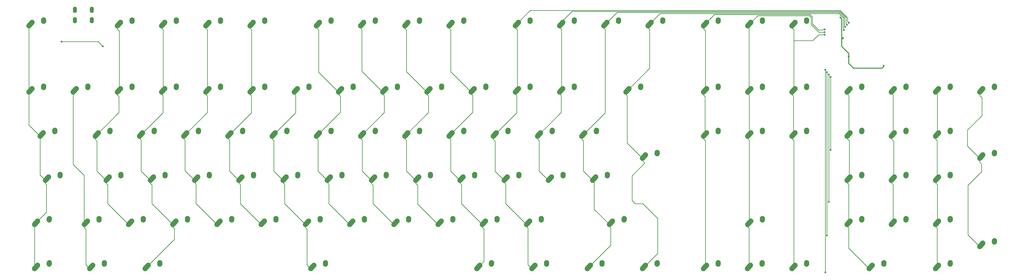
<source format=gtl>
%TF.GenerationSoftware,KiCad,Pcbnew,(5.1.10)-1*%
%TF.CreationDate,2021-06-26T18:22:07+01:00*%
%TF.ProjectId,pcb,7063622e-6b69-4636-9164-5f7063625858,rev?*%
%TF.SameCoordinates,Original*%
%TF.FileFunction,Copper,L1,Top*%
%TF.FilePolarity,Positive*%
%FSLAX46Y46*%
G04 Gerber Fmt 4.6, Leading zero omitted, Abs format (unit mm)*
G04 Created by KiCad (PCBNEW (5.1.10)-1) date 2021-06-26 18:22:07*
%MOMM*%
%LPD*%
G01*
G04 APERTURE LIST*
%TA.AperFunction,ComponentPad*%
%ADD10O,1.700000X2.700000*%
%TD*%
%TA.AperFunction,ComponentPad*%
%ADD11C,2.250000*%
%TD*%
%TA.AperFunction,ViaPad*%
%ADD12C,0.800000*%
%TD*%
%TA.AperFunction,Conductor*%
%ADD13C,0.254000*%
%TD*%
%TA.AperFunction,Conductor*%
%ADD14C,0.381000*%
%TD*%
G04 APERTURE END LIST*
D10*
%TO.P,USB1,6*%
%TO.N,Net-(USB1-Pad6)*%
X-26637000Y-27813000D03*
X-19337000Y-27813000D03*
X-19337000Y-32313000D03*
X-26637000Y-32313000D03*
%TD*%
D11*
%TO.P,Z1,1*%
%TO.N,COL2*%
X-2182500Y-119031250D03*
%TA.AperFunction,ComponentPad*%
G36*
G01*
X-4243812Y-121328600D02*
X-4243817Y-121328595D01*
G75*
G02*
X-4329845Y-119739933I751317J837345D01*
G01*
X-3019843Y-118279933D01*
G75*
G02*
X-1431181Y-118193905I837345J-751317D01*
G01*
X-1431181Y-118193905D01*
G75*
G02*
X-1345153Y-119782567I-751317J-837345D01*
G01*
X-2655155Y-121242567D01*
G75*
G02*
X-4243817Y-121328595I-837345J751317D01*
G01*
G37*
%TD.AperFunction*%
%TO.P,Z1,2*%
%TO.N,Net-(D78-Pad2)*%
X2857500Y-117951250D03*
%TA.AperFunction,ComponentPad*%
G36*
G01*
X2740983Y-119653645D02*
X2740097Y-119653584D01*
G75*
G02*
X1695166Y-118453847I77403J1122334D01*
G01*
X1735166Y-117873847D01*
G75*
G02*
X2934903Y-116828916I1122334J-77403D01*
G01*
X2934903Y-116828916D01*
G75*
G02*
X3979834Y-118028653I-77403J-1122334D01*
G01*
X3939834Y-118608653D01*
G75*
G02*
X2740097Y-119653584I-1122334J77403D01*
G01*
G37*
%TD.AperFunction*%
%TD*%
%TO.P,Y1,1*%
%TO.N,COL7*%
X78716500Y-80931250D03*
%TA.AperFunction,ComponentPad*%
G36*
G01*
X76655188Y-83228600D02*
X76655183Y-83228595D01*
G75*
G02*
X76569155Y-81639933I751317J837345D01*
G01*
X77879157Y-80179933D01*
G75*
G02*
X79467819Y-80093905I837345J-751317D01*
G01*
X79467819Y-80093905D01*
G75*
G02*
X79553847Y-81682567I-751317J-837345D01*
G01*
X78243845Y-83142567D01*
G75*
G02*
X76655183Y-83228595I-837345J751317D01*
G01*
G37*
%TD.AperFunction*%
%TO.P,Y1,2*%
%TO.N,Net-(D44-Pad2)*%
X83756500Y-79851250D03*
%TA.AperFunction,ComponentPad*%
G36*
G01*
X83639983Y-81553645D02*
X83639097Y-81553584D01*
G75*
G02*
X82594166Y-80353847I77403J1122334D01*
G01*
X82634166Y-79773847D01*
G75*
G02*
X83833903Y-78728916I1122334J-77403D01*
G01*
X83833903Y-78728916D01*
G75*
G02*
X84878834Y-79928653I-77403J-1122334D01*
G01*
X84838834Y-80508653D01*
G75*
G02*
X83639097Y-81553584I-1122334J77403D01*
G01*
G37*
%TD.AperFunction*%
%TD*%
%TO.P,X1,1*%
%TO.N,COL3*%
X16867500Y-119031250D03*
%TA.AperFunction,ComponentPad*%
G36*
G01*
X14806188Y-121328600D02*
X14806183Y-121328595D01*
G75*
G02*
X14720155Y-119739933I751317J837345D01*
G01*
X16030157Y-118279933D01*
G75*
G02*
X17618819Y-118193905I837345J-751317D01*
G01*
X17618819Y-118193905D01*
G75*
G02*
X17704847Y-119782567I-751317J-837345D01*
G01*
X16394845Y-121242567D01*
G75*
G02*
X14806183Y-121328595I-837345J751317D01*
G01*
G37*
%TD.AperFunction*%
%TO.P,X1,2*%
%TO.N,Net-(D79-Pad2)*%
X21907500Y-117951250D03*
%TA.AperFunction,ComponentPad*%
G36*
G01*
X21790983Y-119653645D02*
X21790097Y-119653584D01*
G75*
G02*
X20745166Y-118453847I77403J1122334D01*
G01*
X20785166Y-117873847D01*
G75*
G02*
X21984903Y-116828916I1122334J-77403D01*
G01*
X21984903Y-116828916D01*
G75*
G02*
X23029834Y-118028653I-77403J-1122334D01*
G01*
X22989834Y-118608653D01*
G75*
G02*
X21790097Y-119653584I-1122334J77403D01*
G01*
G37*
%TD.AperFunction*%
%TD*%
%TO.P,WIN2,1*%
%TO.N,COL11*%
X171553500Y-138081250D03*
%TA.AperFunction,ComponentPad*%
G36*
G01*
X169492188Y-140378600D02*
X169492183Y-140378595D01*
G75*
G02*
X169406155Y-138789933I751317J837345D01*
G01*
X170716157Y-137329933D01*
G75*
G02*
X172304819Y-137243905I837345J-751317D01*
G01*
X172304819Y-137243905D01*
G75*
G02*
X172390847Y-138832567I-751317J-837345D01*
G01*
X171080845Y-140292567D01*
G75*
G02*
X169492183Y-140378595I-837345J751317D01*
G01*
G37*
%TD.AperFunction*%
%TO.P,WIN2,2*%
%TO.N,Net-(D99-Pad2)*%
X176593500Y-137001250D03*
%TA.AperFunction,ComponentPad*%
G36*
G01*
X176476983Y-138703645D02*
X176476097Y-138703584D01*
G75*
G02*
X175431166Y-137503847I77403J1122334D01*
G01*
X175471166Y-136923847D01*
G75*
G02*
X176670903Y-135878916I1122334J-77403D01*
G01*
X176670903Y-135878916D01*
G75*
G02*
X177715834Y-137078653I-77403J-1122334D01*
G01*
X177675834Y-137658653D01*
G75*
G02*
X176476097Y-138703584I-1122334J77403D01*
G01*
G37*
%TD.AperFunction*%
%TD*%
%TO.P,WIN1,1*%
%TO.N,COL1*%
X-18946500Y-138081250D03*
%TA.AperFunction,ComponentPad*%
G36*
G01*
X-21007812Y-140378600D02*
X-21007817Y-140378595D01*
G75*
G02*
X-21093845Y-138789933I751317J837345D01*
G01*
X-19783843Y-137329933D01*
G75*
G02*
X-18195181Y-137243905I837345J-751317D01*
G01*
X-18195181Y-137243905D01*
G75*
G02*
X-18109153Y-138832567I-751317J-837345D01*
G01*
X-19419155Y-140292567D01*
G75*
G02*
X-21007817Y-140378595I-837345J751317D01*
G01*
G37*
%TD.AperFunction*%
%TO.P,WIN1,2*%
%TO.N,Net-(D95-Pad2)*%
X-13906500Y-137001250D03*
%TA.AperFunction,ComponentPad*%
G36*
G01*
X-14023017Y-138703645D02*
X-14023903Y-138703584D01*
G75*
G02*
X-15068834Y-137503847I77403J1122334D01*
G01*
X-15028834Y-136923847D01*
G75*
G02*
X-13829097Y-135878916I1122334J-77403D01*
G01*
X-13829097Y-135878916D01*
G75*
G02*
X-12784166Y-137078653I-77403J-1122334D01*
G01*
X-12824166Y-137658653D01*
G75*
G02*
X-14023903Y-138703584I-1122334J77403D01*
G01*
G37*
%TD.AperFunction*%
%TD*%
%TO.P,W1,1*%
%TO.N,COL3*%
X2516500Y-80931250D03*
%TA.AperFunction,ComponentPad*%
G36*
G01*
X455188Y-83228600D02*
X455183Y-83228595D01*
G75*
G02*
X369155Y-81639933I751317J837345D01*
G01*
X1679157Y-80179933D01*
G75*
G02*
X3267819Y-80093905I837345J-751317D01*
G01*
X3267819Y-80093905D01*
G75*
G02*
X3353847Y-81682567I-751317J-837345D01*
G01*
X2043845Y-83142567D01*
G75*
G02*
X455183Y-83228595I-837345J751317D01*
G01*
G37*
%TD.AperFunction*%
%TO.P,W1,2*%
%TO.N,Net-(D40-Pad2)*%
X7556500Y-79851250D03*
%TA.AperFunction,ComponentPad*%
G36*
G01*
X7439983Y-81553645D02*
X7439097Y-81553584D01*
G75*
G02*
X6394166Y-80353847I77403J1122334D01*
G01*
X6434166Y-79773847D01*
G75*
G02*
X7633903Y-78728916I1122334J-77403D01*
G01*
X7633903Y-78728916D01*
G75*
G02*
X8678834Y-79928653I-77403J-1122334D01*
G01*
X8638834Y-80508653D01*
G75*
G02*
X7439097Y-81553584I-1122334J77403D01*
G01*
G37*
%TD.AperFunction*%
%TD*%
%TO.P,V1,1*%
%TO.N,COL5*%
X54967500Y-119031250D03*
%TA.AperFunction,ComponentPad*%
G36*
G01*
X52906188Y-121328600D02*
X52906183Y-121328595D01*
G75*
G02*
X52820155Y-119739933I751317J837345D01*
G01*
X54130157Y-118279933D01*
G75*
G02*
X55718819Y-118193905I837345J-751317D01*
G01*
X55718819Y-118193905D01*
G75*
G02*
X55804847Y-119782567I-751317J-837345D01*
G01*
X54494845Y-121242567D01*
G75*
G02*
X52906183Y-121328595I-837345J751317D01*
G01*
G37*
%TD.AperFunction*%
%TO.P,V1,2*%
%TO.N,Net-(D81-Pad2)*%
X60007500Y-117951250D03*
%TA.AperFunction,ComponentPad*%
G36*
G01*
X59890983Y-119653645D02*
X59890097Y-119653584D01*
G75*
G02*
X58845166Y-118453847I77403J1122334D01*
G01*
X58885166Y-117873847D01*
G75*
G02*
X60084903Y-116828916I1122334J-77403D01*
G01*
X60084903Y-116828916D01*
G75*
G02*
X61129834Y-118028653I-77403J-1122334D01*
G01*
X61089834Y-118608653D01*
G75*
G02*
X59890097Y-119653584I-1122334J77403D01*
G01*
G37*
%TD.AperFunction*%
%TD*%
%TO.P,UARROW1,1*%
%TO.N,COL16*%
X264517500Y-119031250D03*
%TA.AperFunction,ComponentPad*%
G36*
G01*
X262456188Y-121328600D02*
X262456183Y-121328595D01*
G75*
G02*
X262370155Y-119739933I751317J837345D01*
G01*
X263680157Y-118279933D01*
G75*
G02*
X265268819Y-118193905I837345J-751317D01*
G01*
X265268819Y-118193905D01*
G75*
G02*
X265354847Y-119782567I-751317J-837345D01*
G01*
X264044845Y-121242567D01*
G75*
G02*
X262456183Y-121328595I-837345J751317D01*
G01*
G37*
%TD.AperFunction*%
%TO.P,UARROW1,2*%
%TO.N,Net-(D89-Pad2)*%
X269557500Y-117951250D03*
%TA.AperFunction,ComponentPad*%
G36*
G01*
X269440983Y-119653645D02*
X269440097Y-119653584D01*
G75*
G02*
X268395166Y-118453847I77403J1122334D01*
G01*
X268435166Y-117873847D01*
G75*
G02*
X269634903Y-116828916I1122334J-77403D01*
G01*
X269634903Y-116828916D01*
G75*
G02*
X270679834Y-118028653I-77403J-1122334D01*
G01*
X270639834Y-118608653D01*
G75*
G02*
X269440097Y-119653584I-1122334J77403D01*
G01*
G37*
%TD.AperFunction*%
%TD*%
%TO.P,U1,1*%
%TO.N,COL8*%
X97766500Y-80931250D03*
%TA.AperFunction,ComponentPad*%
G36*
G01*
X95705188Y-83228600D02*
X95705183Y-83228595D01*
G75*
G02*
X95619155Y-81639933I751317J837345D01*
G01*
X96929157Y-80179933D01*
G75*
G02*
X98517819Y-80093905I837345J-751317D01*
G01*
X98517819Y-80093905D01*
G75*
G02*
X98603847Y-81682567I-751317J-837345D01*
G01*
X97293845Y-83142567D01*
G75*
G02*
X95705183Y-83228595I-837345J751317D01*
G01*
G37*
%TD.AperFunction*%
%TO.P,U1,2*%
%TO.N,Net-(D45-Pad2)*%
X102806500Y-79851250D03*
%TA.AperFunction,ComponentPad*%
G36*
G01*
X102689983Y-81553645D02*
X102689097Y-81553584D01*
G75*
G02*
X101644166Y-80353847I77403J1122334D01*
G01*
X101684166Y-79773847D01*
G75*
G02*
X102883903Y-78728916I1122334J-77403D01*
G01*
X102883903Y-78728916D01*
G75*
G02*
X103928834Y-79928653I-77403J-1122334D01*
G01*
X103888834Y-80508653D01*
G75*
G02*
X102689097Y-81553584I-1122334J77403D01*
G01*
G37*
%TD.AperFunction*%
%TD*%
%TO.P,TILDA1,1*%
%TO.N,COL0*%
X-45108500Y-61881250D03*
%TA.AperFunction,ComponentPad*%
G36*
G01*
X-47169812Y-64178600D02*
X-47169817Y-64178595D01*
G75*
G02*
X-47255845Y-62589933I751317J837345D01*
G01*
X-45945843Y-61129933D01*
G75*
G02*
X-44357181Y-61043905I837345J-751317D01*
G01*
X-44357181Y-61043905D01*
G75*
G02*
X-44271153Y-62632567I-751317J-837345D01*
G01*
X-45581155Y-64092567D01*
G75*
G02*
X-47169817Y-64178595I-837345J751317D01*
G01*
G37*
%TD.AperFunction*%
%TO.P,TILDA1,2*%
%TO.N,Net-(D17-Pad2)*%
X-40068500Y-60801250D03*
%TA.AperFunction,ComponentPad*%
G36*
G01*
X-40185017Y-62503645D02*
X-40185903Y-62503584D01*
G75*
G02*
X-41230834Y-61303847I77403J1122334D01*
G01*
X-41190834Y-60723847D01*
G75*
G02*
X-39991097Y-59678916I1122334J-77403D01*
G01*
X-39991097Y-59678916D01*
G75*
G02*
X-38946166Y-60878653I-77403J-1122334D01*
G01*
X-38986166Y-61458653D01*
G75*
G02*
X-40185903Y-62503584I-1122334J77403D01*
G01*
G37*
%TD.AperFunction*%
%TD*%
%TO.P,TAB1,1*%
%TO.N,COL0*%
X-40282500Y-80931250D03*
%TA.AperFunction,ComponentPad*%
G36*
G01*
X-42343812Y-83228600D02*
X-42343817Y-83228595D01*
G75*
G02*
X-42429845Y-81639933I751317J837345D01*
G01*
X-41119843Y-80179933D01*
G75*
G02*
X-39531181Y-80093905I837345J-751317D01*
G01*
X-39531181Y-80093905D01*
G75*
G02*
X-39445153Y-81682567I-751317J-837345D01*
G01*
X-40755155Y-83142567D01*
G75*
G02*
X-42343817Y-83228595I-837345J751317D01*
G01*
G37*
%TD.AperFunction*%
%TO.P,TAB1,2*%
%TO.N,Net-(D38-Pad2)*%
X-35242500Y-79851250D03*
%TA.AperFunction,ComponentPad*%
G36*
G01*
X-35359017Y-81553645D02*
X-35359903Y-81553584D01*
G75*
G02*
X-36404834Y-80353847I77403J1122334D01*
G01*
X-36364834Y-79773847D01*
G75*
G02*
X-35165097Y-78728916I1122334J-77403D01*
G01*
X-35165097Y-78728916D01*
G75*
G02*
X-34120166Y-79928653I-77403J-1122334D01*
G01*
X-34160166Y-80508653D01*
G75*
G02*
X-35359903Y-81553584I-1122334J77403D01*
G01*
G37*
%TD.AperFunction*%
%TD*%
%TO.P,T1,1*%
%TO.N,COL6*%
X59666500Y-80931250D03*
%TA.AperFunction,ComponentPad*%
G36*
G01*
X57605188Y-83228600D02*
X57605183Y-83228595D01*
G75*
G02*
X57519155Y-81639933I751317J837345D01*
G01*
X58829157Y-80179933D01*
G75*
G02*
X60417819Y-80093905I837345J-751317D01*
G01*
X60417819Y-80093905D01*
G75*
G02*
X60503847Y-81682567I-751317J-837345D01*
G01*
X59193845Y-83142567D01*
G75*
G02*
X57605183Y-83228595I-837345J751317D01*
G01*
G37*
%TD.AperFunction*%
%TO.P,T1,2*%
%TO.N,Net-(D43-Pad2)*%
X64706500Y-79851250D03*
%TA.AperFunction,ComponentPad*%
G36*
G01*
X64589983Y-81553645D02*
X64589097Y-81553584D01*
G75*
G02*
X63544166Y-80353847I77403J1122334D01*
G01*
X63584166Y-79773847D01*
G75*
G02*
X64783903Y-78728916I1122334J-77403D01*
G01*
X64783903Y-78728916D01*
G75*
G02*
X65828834Y-79928653I-77403J-1122334D01*
G01*
X65788834Y-80508653D01*
G75*
G02*
X64589097Y-81553584I-1122334J77403D01*
G01*
G37*
%TD.AperFunction*%
%TD*%
%TO.P,SPACE1,1*%
%TO.N,COL6*%
X76303500Y-138081250D03*
%TA.AperFunction,ComponentPad*%
G36*
G01*
X74242188Y-140378600D02*
X74242183Y-140378595D01*
G75*
G02*
X74156155Y-138789933I751317J837345D01*
G01*
X75466157Y-137329933D01*
G75*
G02*
X77054819Y-137243905I837345J-751317D01*
G01*
X77054819Y-137243905D01*
G75*
G02*
X77140847Y-138832567I-751317J-837345D01*
G01*
X75830845Y-140292567D01*
G75*
G02*
X74242183Y-140378595I-837345J751317D01*
G01*
G37*
%TD.AperFunction*%
%TO.P,SPACE1,2*%
%TO.N,Net-(D97-Pad2)*%
X81343500Y-137001250D03*
%TA.AperFunction,ComponentPad*%
G36*
G01*
X81226983Y-138703645D02*
X81226097Y-138703584D01*
G75*
G02*
X80181166Y-137503847I77403J1122334D01*
G01*
X80221166Y-136923847D01*
G75*
G02*
X81420903Y-135878916I1122334J-77403D01*
G01*
X81420903Y-135878916D01*
G75*
G02*
X82465834Y-137078653I-77403J-1122334D01*
G01*
X82425834Y-137658653D01*
G75*
G02*
X81226097Y-138703584I-1122334J77403D01*
G01*
G37*
%TD.AperFunction*%
%TD*%
%TO.P,SHIFT1,1*%
%TO.N,COL0*%
X-42695500Y-119031250D03*
%TA.AperFunction,ComponentPad*%
G36*
G01*
X-44756812Y-121328600D02*
X-44756817Y-121328595D01*
G75*
G02*
X-44842845Y-119739933I751317J837345D01*
G01*
X-43532843Y-118279933D01*
G75*
G02*
X-41944181Y-118193905I837345J-751317D01*
G01*
X-41944181Y-118193905D01*
G75*
G02*
X-41858153Y-119782567I-751317J-837345D01*
G01*
X-43168155Y-121242567D01*
G75*
G02*
X-44756817Y-121328595I-837345J751317D01*
G01*
G37*
%TD.AperFunction*%
%TO.P,SHIFT1,2*%
%TO.N,Net-(D76-Pad2)*%
X-37655500Y-117951250D03*
%TA.AperFunction,ComponentPad*%
G36*
G01*
X-37772017Y-119653645D02*
X-37772903Y-119653584D01*
G75*
G02*
X-38817834Y-118453847I77403J1122334D01*
G01*
X-38777834Y-117873847D01*
G75*
G02*
X-37578097Y-116828916I1122334J-77403D01*
G01*
X-37578097Y-116828916D01*
G75*
G02*
X-36533166Y-118028653I-77403J-1122334D01*
G01*
X-36573166Y-118608653D01*
G75*
G02*
X-37772903Y-119653584I-1122334J77403D01*
G01*
G37*
%TD.AperFunction*%
%TD*%
%TO.P,SCLLK1,1*%
%TO.N,COL16*%
X264517500Y-33306250D03*
%TA.AperFunction,ComponentPad*%
G36*
G01*
X262456188Y-35603600D02*
X262456183Y-35603595D01*
G75*
G02*
X262370155Y-34014933I751317J837345D01*
G01*
X263680157Y-32554933D01*
G75*
G02*
X265268819Y-32468905I837345J-751317D01*
G01*
X265268819Y-32468905D01*
G75*
G02*
X265354847Y-34057567I-751317J-837345D01*
G01*
X264044845Y-35517567D01*
G75*
G02*
X262456183Y-35603595I-837345J751317D01*
G01*
G37*
%TD.AperFunction*%
%TO.P,SCLLK1,2*%
%TO.N,Net-(D15-Pad2)*%
X269557500Y-32226250D03*
%TA.AperFunction,ComponentPad*%
G36*
G01*
X269440983Y-33928645D02*
X269440097Y-33928584D01*
G75*
G02*
X268395166Y-32728847I77403J1122334D01*
G01*
X268435166Y-32148847D01*
G75*
G02*
X269634903Y-31103916I1122334J-77403D01*
G01*
X269634903Y-31103916D01*
G75*
G02*
X270679834Y-32303653I-77403J-1122334D01*
G01*
X270639834Y-32883653D01*
G75*
G02*
X269440097Y-33928584I-1122334J77403D01*
G01*
G37*
%TD.AperFunction*%
%TD*%
%TO.P,S1,1*%
%TO.N,COL3*%
X7215500Y-99981250D03*
%TA.AperFunction,ComponentPad*%
G36*
G01*
X5154188Y-102278600D02*
X5154183Y-102278595D01*
G75*
G02*
X5068155Y-100689933I751317J837345D01*
G01*
X6378157Y-99229933D01*
G75*
G02*
X7966819Y-99143905I837345J-751317D01*
G01*
X7966819Y-99143905D01*
G75*
G02*
X8052847Y-100732567I-751317J-837345D01*
G01*
X6742845Y-102192567D01*
G75*
G02*
X5154183Y-102278595I-837345J751317D01*
G01*
G37*
%TD.AperFunction*%
%TO.P,S1,2*%
%TO.N,Net-(D62-Pad2)*%
X12255500Y-98901250D03*
%TA.AperFunction,ComponentPad*%
G36*
G01*
X12138983Y-100603645D02*
X12138097Y-100603584D01*
G75*
G02*
X11093166Y-99403847I77403J1122334D01*
G01*
X11133166Y-98823847D01*
G75*
G02*
X12332903Y-97778916I1122334J-77403D01*
G01*
X12332903Y-97778916D01*
G75*
G02*
X13377834Y-98978653I-77403J-1122334D01*
G01*
X13337834Y-99558653D01*
G75*
G02*
X12138097Y-100603584I-1122334J77403D01*
G01*
G37*
%TD.AperFunction*%
%TD*%
%TO.P,RCTRL1,1*%
%TO.N,COL14*%
X219178500Y-138081250D03*
%TA.AperFunction,ComponentPad*%
G36*
G01*
X217117188Y-140378600D02*
X217117183Y-140378595D01*
G75*
G02*
X217031155Y-138789933I751317J837345D01*
G01*
X218341157Y-137329933D01*
G75*
G02*
X219929819Y-137243905I837345J-751317D01*
G01*
X219929819Y-137243905D01*
G75*
G02*
X220015847Y-138832567I-751317J-837345D01*
G01*
X218705845Y-140292567D01*
G75*
G02*
X217117183Y-140378595I-837345J751317D01*
G01*
G37*
%TD.AperFunction*%
%TO.P,RCTRL1,2*%
%TO.N,Net-(D101-Pad2)*%
X224218500Y-137001250D03*
%TA.AperFunction,ComponentPad*%
G36*
G01*
X224101983Y-138703645D02*
X224101097Y-138703584D01*
G75*
G02*
X223056166Y-137503847I77403J1122334D01*
G01*
X223096166Y-136923847D01*
G75*
G02*
X224295903Y-135878916I1122334J-77403D01*
G01*
X224295903Y-135878916D01*
G75*
G02*
X225340834Y-137078653I-77403J-1122334D01*
G01*
X225300834Y-137658653D01*
G75*
G02*
X224101097Y-138703584I-1122334J77403D01*
G01*
G37*
%TD.AperFunction*%
%TD*%
%TO.P,RCBR1,1*%
%TO.N,COL13*%
X193016500Y-80931250D03*
%TA.AperFunction,ComponentPad*%
G36*
G01*
X190955188Y-83228600D02*
X190955183Y-83228595D01*
G75*
G02*
X190869155Y-81639933I751317J837345D01*
G01*
X192179157Y-80179933D01*
G75*
G02*
X193767819Y-80093905I837345J-751317D01*
G01*
X193767819Y-80093905D01*
G75*
G02*
X193853847Y-81682567I-751317J-837345D01*
G01*
X192543845Y-83142567D01*
G75*
G02*
X190955183Y-83228595I-837345J751317D01*
G01*
G37*
%TD.AperFunction*%
%TO.P,RCBR1,2*%
%TO.N,Net-(D50-Pad2)*%
X198056500Y-79851250D03*
%TA.AperFunction,ComponentPad*%
G36*
G01*
X197939983Y-81553645D02*
X197939097Y-81553584D01*
G75*
G02*
X196894166Y-80353847I77403J1122334D01*
G01*
X196934166Y-79773847D01*
G75*
G02*
X198133903Y-78728916I1122334J-77403D01*
G01*
X198133903Y-78728916D01*
G75*
G02*
X199178834Y-79928653I-77403J-1122334D01*
G01*
X199138834Y-80508653D01*
G75*
G02*
X197939097Y-81553584I-1122334J77403D01*
G01*
G37*
%TD.AperFunction*%
%TD*%
%TO.P,RARROW1,1*%
%TO.N,COL17*%
X283567500Y-138081250D03*
%TA.AperFunction,ComponentPad*%
G36*
G01*
X281506188Y-140378600D02*
X281506183Y-140378595D01*
G75*
G02*
X281420155Y-138789933I751317J837345D01*
G01*
X282730157Y-137329933D01*
G75*
G02*
X284318819Y-137243905I837345J-751317D01*
G01*
X284318819Y-137243905D01*
G75*
G02*
X284404847Y-138832567I-751317J-837345D01*
G01*
X283094845Y-140292567D01*
G75*
G02*
X281506183Y-140378595I-837345J751317D01*
G01*
G37*
%TD.AperFunction*%
%TO.P,RARROW1,2*%
%TO.N,Net-(D104-Pad2)*%
X288607500Y-137001250D03*
%TA.AperFunction,ComponentPad*%
G36*
G01*
X288490983Y-138703645D02*
X288490097Y-138703584D01*
G75*
G02*
X287445166Y-137503847I77403J1122334D01*
G01*
X287485166Y-136923847D01*
G75*
G02*
X288684903Y-135878916I1122334J-77403D01*
G01*
X288684903Y-135878916D01*
G75*
G02*
X289729834Y-137078653I-77403J-1122334D01*
G01*
X289689834Y-137658653D01*
G75*
G02*
X288490097Y-138703584I-1122334J77403D01*
G01*
G37*
%TD.AperFunction*%
%TD*%
%TO.P,RALT1,1*%
%TO.N,COL10*%
X147804500Y-138081250D03*
%TA.AperFunction,ComponentPad*%
G36*
G01*
X145743188Y-140378600D02*
X145743183Y-140378595D01*
G75*
G02*
X145657155Y-138789933I751317J837345D01*
G01*
X146967157Y-137329933D01*
G75*
G02*
X148555819Y-137243905I837345J-751317D01*
G01*
X148555819Y-137243905D01*
G75*
G02*
X148641847Y-138832567I-751317J-837345D01*
G01*
X147331845Y-140292567D01*
G75*
G02*
X145743183Y-140378595I-837345J751317D01*
G01*
G37*
%TD.AperFunction*%
%TO.P,RALT1,2*%
%TO.N,Net-(D98-Pad2)*%
X152844500Y-137001250D03*
%TA.AperFunction,ComponentPad*%
G36*
G01*
X152727983Y-138703645D02*
X152727097Y-138703584D01*
G75*
G02*
X151682166Y-137503847I77403J1122334D01*
G01*
X151722166Y-136923847D01*
G75*
G02*
X152921903Y-135878916I1122334J-77403D01*
G01*
X152921903Y-135878916D01*
G75*
G02*
X153966834Y-137078653I-77403J-1122334D01*
G01*
X153926834Y-137658653D01*
G75*
G02*
X152727097Y-138703584I-1122334J77403D01*
G01*
G37*
%TD.AperFunction*%
%TD*%
%TO.P,R1,1*%
%TO.N,COL5*%
X40616500Y-80931250D03*
%TA.AperFunction,ComponentPad*%
G36*
G01*
X38555188Y-83228600D02*
X38555183Y-83228595D01*
G75*
G02*
X38469155Y-81639933I751317J837345D01*
G01*
X39779157Y-80179933D01*
G75*
G02*
X41367819Y-80093905I837345J-751317D01*
G01*
X41367819Y-80093905D01*
G75*
G02*
X41453847Y-81682567I-751317J-837345D01*
G01*
X40143845Y-83142567D01*
G75*
G02*
X38555183Y-83228595I-837345J751317D01*
G01*
G37*
%TD.AperFunction*%
%TO.P,R1,2*%
%TO.N,Net-(D42-Pad2)*%
X45656500Y-79851250D03*
%TA.AperFunction,ComponentPad*%
G36*
G01*
X45539983Y-81553645D02*
X45539097Y-81553584D01*
G75*
G02*
X44494166Y-80353847I77403J1122334D01*
G01*
X44534166Y-79773847D01*
G75*
G02*
X45733903Y-78728916I1122334J-77403D01*
G01*
X45733903Y-78728916D01*
G75*
G02*
X46778834Y-79928653I-77403J-1122334D01*
G01*
X46738834Y-80508653D01*
G75*
G02*
X45539097Y-81553584I-1122334J77403D01*
G01*
G37*
%TD.AperFunction*%
%TD*%
%TO.P,Q1,1*%
%TO.N,COL2*%
X-16533500Y-80931250D03*
%TA.AperFunction,ComponentPad*%
G36*
G01*
X-18594812Y-83228600D02*
X-18594817Y-83228595D01*
G75*
G02*
X-18680845Y-81639933I751317J837345D01*
G01*
X-17370843Y-80179933D01*
G75*
G02*
X-15782181Y-80093905I837345J-751317D01*
G01*
X-15782181Y-80093905D01*
G75*
G02*
X-15696153Y-81682567I-751317J-837345D01*
G01*
X-17006155Y-83142567D01*
G75*
G02*
X-18594817Y-83228595I-837345J751317D01*
G01*
G37*
%TD.AperFunction*%
%TO.P,Q1,2*%
%TO.N,Net-(D39-Pad2)*%
X-11493500Y-79851250D03*
%TA.AperFunction,ComponentPad*%
G36*
G01*
X-11610017Y-81553645D02*
X-11610903Y-81553584D01*
G75*
G02*
X-12655834Y-80353847I77403J1122334D01*
G01*
X-12615834Y-79773847D01*
G75*
G02*
X-11416097Y-78728916I1122334J-77403D01*
G01*
X-11416097Y-78728916D01*
G75*
G02*
X-10371166Y-79928653I-77403J-1122334D01*
G01*
X-10411166Y-80508653D01*
G75*
G02*
X-11610903Y-81553584I-1122334J77403D01*
G01*
G37*
%TD.AperFunction*%
%TD*%
%TO.P,PRTSC1,1*%
%TO.N,COL15*%
X245467500Y-33306250D03*
%TA.AperFunction,ComponentPad*%
G36*
G01*
X243406188Y-35603600D02*
X243406183Y-35603595D01*
G75*
G02*
X243320155Y-34014933I751317J837345D01*
G01*
X244630157Y-32554933D01*
G75*
G02*
X246218819Y-32468905I837345J-751317D01*
G01*
X246218819Y-32468905D01*
G75*
G02*
X246304847Y-34057567I-751317J-837345D01*
G01*
X244994845Y-35517567D01*
G75*
G02*
X243406183Y-35603595I-837345J751317D01*
G01*
G37*
%TD.AperFunction*%
%TO.P,PRTSC1,2*%
%TO.N,Net-(D14-Pad2)*%
X250507500Y-32226250D03*
%TA.AperFunction,ComponentPad*%
G36*
G01*
X250390983Y-33928645D02*
X250390097Y-33928584D01*
G75*
G02*
X249345166Y-32728847I77403J1122334D01*
G01*
X249385166Y-32148847D01*
G75*
G02*
X250584903Y-31103916I1122334J-77403D01*
G01*
X250584903Y-31103916D01*
G75*
G02*
X251629834Y-32303653I-77403J-1122334D01*
G01*
X251589834Y-32883653D01*
G75*
G02*
X250390097Y-33928584I-1122334J77403D01*
G01*
G37*
%TD.AperFunction*%
%TD*%
%TO.P,PGUP1,1*%
%TO.N,COL17*%
X283567500Y-61881250D03*
%TA.AperFunction,ComponentPad*%
G36*
G01*
X281506188Y-64178600D02*
X281506183Y-64178595D01*
G75*
G02*
X281420155Y-62589933I751317J837345D01*
G01*
X282730157Y-61129933D01*
G75*
G02*
X284318819Y-61043905I837345J-751317D01*
G01*
X284318819Y-61043905D01*
G75*
G02*
X284404847Y-62632567I-751317J-837345D01*
G01*
X283094845Y-64092567D01*
G75*
G02*
X281506183Y-64178595I-837345J751317D01*
G01*
G37*
%TD.AperFunction*%
%TO.P,PGUP1,2*%
%TO.N,Net-(D33-Pad2)*%
X288607500Y-60801250D03*
%TA.AperFunction,ComponentPad*%
G36*
G01*
X288490983Y-62503645D02*
X288490097Y-62503584D01*
G75*
G02*
X287445166Y-61303847I77403J1122334D01*
G01*
X287485166Y-60723847D01*
G75*
G02*
X288684903Y-59678916I1122334J-77403D01*
G01*
X288684903Y-59678916D01*
G75*
G02*
X289729834Y-60878653I-77403J-1122334D01*
G01*
X289689834Y-61458653D01*
G75*
G02*
X288490097Y-62503584I-1122334J77403D01*
G01*
G37*
%TD.AperFunction*%
%TD*%
%TO.P,PGDN1,1*%
%TO.N,COL17*%
X283567500Y-80931250D03*
%TA.AperFunction,ComponentPad*%
G36*
G01*
X281506188Y-83228600D02*
X281506183Y-83228595D01*
G75*
G02*
X281420155Y-81639933I751317J837345D01*
G01*
X282730157Y-80179933D01*
G75*
G02*
X284318819Y-80093905I837345J-751317D01*
G01*
X284318819Y-80093905D01*
G75*
G02*
X284404847Y-81682567I-751317J-837345D01*
G01*
X283094845Y-83142567D01*
G75*
G02*
X281506183Y-83228595I-837345J751317D01*
G01*
G37*
%TD.AperFunction*%
%TO.P,PGDN1,2*%
%TO.N,Net-(D54-Pad2)*%
X288607500Y-79851250D03*
%TA.AperFunction,ComponentPad*%
G36*
G01*
X288490983Y-81553645D02*
X288490097Y-81553584D01*
G75*
G02*
X287445166Y-80353847I77403J1122334D01*
G01*
X287485166Y-79773847D01*
G75*
G02*
X288684903Y-78728916I1122334J-77403D01*
G01*
X288684903Y-78728916D01*
G75*
G02*
X289729834Y-79928653I-77403J-1122334D01*
G01*
X289689834Y-80508653D01*
G75*
G02*
X288490097Y-81553584I-1122334J77403D01*
G01*
G37*
%TD.AperFunction*%
%TD*%
%TO.P,PERIOD1,1*%
%TO.N,COL10*%
X150217500Y-119031250D03*
%TA.AperFunction,ComponentPad*%
G36*
G01*
X148156188Y-121328600D02*
X148156183Y-121328595D01*
G75*
G02*
X148070155Y-119739933I751317J837345D01*
G01*
X149380157Y-118279933D01*
G75*
G02*
X150968819Y-118193905I837345J-751317D01*
G01*
X150968819Y-118193905D01*
G75*
G02*
X151054847Y-119782567I-751317J-837345D01*
G01*
X149744845Y-121242567D01*
G75*
G02*
X148156183Y-121328595I-837345J751317D01*
G01*
G37*
%TD.AperFunction*%
%TO.P,PERIOD1,2*%
%TO.N,Net-(D86-Pad2)*%
X155257500Y-117951250D03*
%TA.AperFunction,ComponentPad*%
G36*
G01*
X155140983Y-119653645D02*
X155140097Y-119653584D01*
G75*
G02*
X154095166Y-118453847I77403J1122334D01*
G01*
X154135166Y-117873847D01*
G75*
G02*
X155334903Y-116828916I1122334J-77403D01*
G01*
X155334903Y-116828916D01*
G75*
G02*
X156379834Y-118028653I-77403J-1122334D01*
G01*
X156339834Y-118608653D01*
G75*
G02*
X155140097Y-119653584I-1122334J77403D01*
G01*
G37*
%TD.AperFunction*%
%TD*%
%TO.P,PAUSE1,1*%
%TO.N,COL17*%
X283567500Y-33306250D03*
%TA.AperFunction,ComponentPad*%
G36*
G01*
X281506188Y-35603600D02*
X281506183Y-35603595D01*
G75*
G02*
X281420155Y-34014933I751317J837345D01*
G01*
X282730157Y-32554933D01*
G75*
G02*
X284318819Y-32468905I837345J-751317D01*
G01*
X284318819Y-32468905D01*
G75*
G02*
X284404847Y-34057567I-751317J-837345D01*
G01*
X283094845Y-35517567D01*
G75*
G02*
X281506183Y-35603595I-837345J751317D01*
G01*
G37*
%TD.AperFunction*%
%TO.P,PAUSE1,2*%
%TO.N,Net-(D16-Pad2)*%
X288607500Y-32226250D03*
%TA.AperFunction,ComponentPad*%
G36*
G01*
X288490983Y-33928645D02*
X288490097Y-33928584D01*
G75*
G02*
X287445166Y-32728847I77403J1122334D01*
G01*
X287485166Y-32148847D01*
G75*
G02*
X288684903Y-31103916I1122334J-77403D01*
G01*
X288684903Y-31103916D01*
G75*
G02*
X289729834Y-32303653I-77403J-1122334D01*
G01*
X289689834Y-32883653D01*
G75*
G02*
X288490097Y-33928584I-1122334J77403D01*
G01*
G37*
%TD.AperFunction*%
%TD*%
%TO.P,P1,1*%
%TO.N,COL11*%
X154916500Y-80931250D03*
%TA.AperFunction,ComponentPad*%
G36*
G01*
X152855188Y-83228600D02*
X152855183Y-83228595D01*
G75*
G02*
X152769155Y-81639933I751317J837345D01*
G01*
X154079157Y-80179933D01*
G75*
G02*
X155667819Y-80093905I837345J-751317D01*
G01*
X155667819Y-80093905D01*
G75*
G02*
X155753847Y-81682567I-751317J-837345D01*
G01*
X154443845Y-83142567D01*
G75*
G02*
X152855183Y-83228595I-837345J751317D01*
G01*
G37*
%TD.AperFunction*%
%TO.P,P1,2*%
%TO.N,Net-(D48-Pad2)*%
X159956500Y-79851250D03*
%TA.AperFunction,ComponentPad*%
G36*
G01*
X159839983Y-81553645D02*
X159839097Y-81553584D01*
G75*
G02*
X158794166Y-80353847I77403J1122334D01*
G01*
X158834166Y-79773847D01*
G75*
G02*
X160033903Y-78728916I1122334J-77403D01*
G01*
X160033903Y-78728916D01*
G75*
G02*
X161078834Y-79928653I-77403J-1122334D01*
G01*
X161038834Y-80508653D01*
G75*
G02*
X159839097Y-81553584I-1122334J77403D01*
G01*
G37*
%TD.AperFunction*%
%TD*%
%TO.P,O1,1*%
%TO.N,COL10*%
X135866500Y-80931250D03*
%TA.AperFunction,ComponentPad*%
G36*
G01*
X133805188Y-83228600D02*
X133805183Y-83228595D01*
G75*
G02*
X133719155Y-81639933I751317J837345D01*
G01*
X135029157Y-80179933D01*
G75*
G02*
X136617819Y-80093905I837345J-751317D01*
G01*
X136617819Y-80093905D01*
G75*
G02*
X136703847Y-81682567I-751317J-837345D01*
G01*
X135393845Y-83142567D01*
G75*
G02*
X133805183Y-83228595I-837345J751317D01*
G01*
G37*
%TD.AperFunction*%
%TO.P,O1,2*%
%TO.N,Net-(D47-Pad2)*%
X140906500Y-79851250D03*
%TA.AperFunction,ComponentPad*%
G36*
G01*
X140789983Y-81553645D02*
X140789097Y-81553584D01*
G75*
G02*
X139744166Y-80353847I77403J1122334D01*
G01*
X139784166Y-79773847D01*
G75*
G02*
X140983903Y-78728916I1122334J-77403D01*
G01*
X140983903Y-78728916D01*
G75*
G02*
X142028834Y-79928653I-77403J-1122334D01*
G01*
X141988834Y-80508653D01*
G75*
G02*
X140789097Y-81553584I-1122334J77403D01*
G01*
G37*
%TD.AperFunction*%
%TD*%
%TO.P,NUMLK1,1*%
%TO.N,COL18*%
X307316500Y-61881250D03*
%TA.AperFunction,ComponentPad*%
G36*
G01*
X305255188Y-64178600D02*
X305255183Y-64178595D01*
G75*
G02*
X305169155Y-62589933I751317J837345D01*
G01*
X306479157Y-61129933D01*
G75*
G02*
X308067819Y-61043905I837345J-751317D01*
G01*
X308067819Y-61043905D01*
G75*
G02*
X308153847Y-62632567I-751317J-837345D01*
G01*
X306843845Y-64092567D01*
G75*
G02*
X305255183Y-64178595I-837345J751317D01*
G01*
G37*
%TD.AperFunction*%
%TO.P,NUMLK1,2*%
%TO.N,Net-(D34-Pad2)*%
X312356500Y-60801250D03*
%TA.AperFunction,ComponentPad*%
G36*
G01*
X312239983Y-62503645D02*
X312239097Y-62503584D01*
G75*
G02*
X311194166Y-61303847I77403J1122334D01*
G01*
X311234166Y-60723847D01*
G75*
G02*
X312433903Y-59678916I1122334J-77403D01*
G01*
X312433903Y-59678916D01*
G75*
G02*
X313478834Y-60878653I-77403J-1122334D01*
G01*
X313438834Y-61458653D01*
G75*
G02*
X312239097Y-62503584I-1122334J77403D01*
G01*
G37*
%TD.AperFunction*%
%TD*%
%TO.P,NP-PLUS1,1*%
%TO.N,COL21*%
X364466500Y-90456250D03*
%TA.AperFunction,ComponentPad*%
G36*
G01*
X362405188Y-92753600D02*
X362405183Y-92753595D01*
G75*
G02*
X362319155Y-91164933I751317J837345D01*
G01*
X363629157Y-89704933D01*
G75*
G02*
X365217819Y-89618905I837345J-751317D01*
G01*
X365217819Y-89618905D01*
G75*
G02*
X365303847Y-91207567I-751317J-837345D01*
G01*
X363993845Y-92667567D01*
G75*
G02*
X362405183Y-92753595I-837345J751317D01*
G01*
G37*
%TD.AperFunction*%
%TO.P,NP-PLUS1,2*%
%TO.N,Net-(D58-Pad2)*%
X369506500Y-89376250D03*
%TA.AperFunction,ComponentPad*%
G36*
G01*
X369389983Y-91078645D02*
X369389097Y-91078584D01*
G75*
G02*
X368344166Y-89878847I77403J1122334D01*
G01*
X368384166Y-89298847D01*
G75*
G02*
X369583903Y-88253916I1122334J-77403D01*
G01*
X369583903Y-88253916D01*
G75*
G02*
X370628834Y-89453653I-77403J-1122334D01*
G01*
X370588834Y-90033653D01*
G75*
G02*
X369389097Y-91078584I-1122334J77403D01*
G01*
G37*
%TD.AperFunction*%
%TD*%
%TO.P,NP-MTPLY1,1*%
%TO.N,COL20*%
X345416500Y-61881250D03*
%TA.AperFunction,ComponentPad*%
G36*
G01*
X343355188Y-64178600D02*
X343355183Y-64178595D01*
G75*
G02*
X343269155Y-62589933I751317J837345D01*
G01*
X344579157Y-61129933D01*
G75*
G02*
X346167819Y-61043905I837345J-751317D01*
G01*
X346167819Y-61043905D01*
G75*
G02*
X346253847Y-62632567I-751317J-837345D01*
G01*
X344943845Y-64092567D01*
G75*
G02*
X343355183Y-64178595I-837345J751317D01*
G01*
G37*
%TD.AperFunction*%
%TO.P,NP-MTPLY1,2*%
%TO.N,Net-(D36-Pad2)*%
X350456500Y-60801250D03*
%TA.AperFunction,ComponentPad*%
G36*
G01*
X350339983Y-62503645D02*
X350339097Y-62503584D01*
G75*
G02*
X349294166Y-61303847I77403J1122334D01*
G01*
X349334166Y-60723847D01*
G75*
G02*
X350533903Y-59678916I1122334J-77403D01*
G01*
X350533903Y-59678916D01*
G75*
G02*
X351578834Y-60878653I-77403J-1122334D01*
G01*
X351538834Y-61458653D01*
G75*
G02*
X350339097Y-62503584I-1122334J77403D01*
G01*
G37*
%TD.AperFunction*%
%TD*%
%TO.P,NP-MINUS1,1*%
%TO.N,COL21*%
X364466500Y-61881250D03*
%TA.AperFunction,ComponentPad*%
G36*
G01*
X362405188Y-64178600D02*
X362405183Y-64178595D01*
G75*
G02*
X362319155Y-62589933I751317J837345D01*
G01*
X363629157Y-61129933D01*
G75*
G02*
X365217819Y-61043905I837345J-751317D01*
G01*
X365217819Y-61043905D01*
G75*
G02*
X365303847Y-62632567I-751317J-837345D01*
G01*
X363993845Y-64092567D01*
G75*
G02*
X362405183Y-64178595I-837345J751317D01*
G01*
G37*
%TD.AperFunction*%
%TO.P,NP-MINUS1,2*%
%TO.N,Net-(D37-Pad2)*%
X369506500Y-60801250D03*
%TA.AperFunction,ComponentPad*%
G36*
G01*
X369389983Y-62503645D02*
X369389097Y-62503584D01*
G75*
G02*
X368344166Y-61303847I77403J1122334D01*
G01*
X368384166Y-60723847D01*
G75*
G02*
X369583903Y-59678916I1122334J-77403D01*
G01*
X369583903Y-59678916D01*
G75*
G02*
X370628834Y-60878653I-77403J-1122334D01*
G01*
X370588834Y-61458653D01*
G75*
G02*
X369389097Y-62503584I-1122334J77403D01*
G01*
G37*
%TD.AperFunction*%
%TD*%
%TO.P,NP-ENTER1,1*%
%TO.N,COL21*%
X364466500Y-128556250D03*
%TA.AperFunction,ComponentPad*%
G36*
G01*
X362405188Y-130853600D02*
X362405183Y-130853595D01*
G75*
G02*
X362319155Y-129264933I751317J837345D01*
G01*
X363629157Y-127804933D01*
G75*
G02*
X365217819Y-127718905I837345J-751317D01*
G01*
X365217819Y-127718905D01*
G75*
G02*
X365303847Y-129307567I-751317J-837345D01*
G01*
X363993845Y-130767567D01*
G75*
G02*
X362405183Y-130853595I-837345J751317D01*
G01*
G37*
%TD.AperFunction*%
%TO.P,NP-ENTER1,2*%
%TO.N,Net-(D93-Pad2)*%
X369506500Y-127476250D03*
%TA.AperFunction,ComponentPad*%
G36*
G01*
X369389983Y-129178645D02*
X369389097Y-129178584D01*
G75*
G02*
X368344166Y-127978847I77403J1122334D01*
G01*
X368384166Y-127398847D01*
G75*
G02*
X369583903Y-126353916I1122334J-77403D01*
G01*
X369583903Y-126353916D01*
G75*
G02*
X370628834Y-127553653I-77403J-1122334D01*
G01*
X370588834Y-128133653D01*
G75*
G02*
X369389097Y-129178584I-1122334J77403D01*
G01*
G37*
%TD.AperFunction*%
%TD*%
%TO.P,NP-DIV1,1*%
%TO.N,COL19*%
X326366500Y-61881250D03*
%TA.AperFunction,ComponentPad*%
G36*
G01*
X324305188Y-64178600D02*
X324305183Y-64178595D01*
G75*
G02*
X324219155Y-62589933I751317J837345D01*
G01*
X325529157Y-61129933D01*
G75*
G02*
X327117819Y-61043905I837345J-751317D01*
G01*
X327117819Y-61043905D01*
G75*
G02*
X327203847Y-62632567I-751317J-837345D01*
G01*
X325893845Y-64092567D01*
G75*
G02*
X324305183Y-64178595I-837345J751317D01*
G01*
G37*
%TD.AperFunction*%
%TO.P,NP-DIV1,2*%
%TO.N,Net-(D35-Pad2)*%
X331406500Y-60801250D03*
%TA.AperFunction,ComponentPad*%
G36*
G01*
X331289983Y-62503645D02*
X331289097Y-62503584D01*
G75*
G02*
X330244166Y-61303847I77403J1122334D01*
G01*
X330284166Y-60723847D01*
G75*
G02*
X331483903Y-59678916I1122334J-77403D01*
G01*
X331483903Y-59678916D01*
G75*
G02*
X332528834Y-60878653I-77403J-1122334D01*
G01*
X332488834Y-61458653D01*
G75*
G02*
X331289097Y-62503584I-1122334J77403D01*
G01*
G37*
%TD.AperFunction*%
%TD*%
%TO.P,NP-DEL1,1*%
%TO.N,COL20*%
X345416500Y-138081250D03*
%TA.AperFunction,ComponentPad*%
G36*
G01*
X343355188Y-140378600D02*
X343355183Y-140378595D01*
G75*
G02*
X343269155Y-138789933I751317J837345D01*
G01*
X344579157Y-137329933D01*
G75*
G02*
X346167819Y-137243905I837345J-751317D01*
G01*
X346167819Y-137243905D01*
G75*
G02*
X346253847Y-138832567I-751317J-837345D01*
G01*
X344943845Y-140292567D01*
G75*
G02*
X343355183Y-140378595I-837345J751317D01*
G01*
G37*
%TD.AperFunction*%
%TO.P,NP-DEL1,2*%
%TO.N,Net-(D106-Pad2)*%
X350456500Y-137001250D03*
%TA.AperFunction,ComponentPad*%
G36*
G01*
X350339983Y-138703645D02*
X350339097Y-138703584D01*
G75*
G02*
X349294166Y-137503847I77403J1122334D01*
G01*
X349334166Y-136923847D01*
G75*
G02*
X350533903Y-135878916I1122334J-77403D01*
G01*
X350533903Y-135878916D01*
G75*
G02*
X351578834Y-137078653I-77403J-1122334D01*
G01*
X351538834Y-137658653D01*
G75*
G02*
X350339097Y-138703584I-1122334J77403D01*
G01*
G37*
%TD.AperFunction*%
%TD*%
%TO.P,NP-9,1*%
%TO.N,COL20*%
X345416500Y-80931250D03*
%TA.AperFunction,ComponentPad*%
G36*
G01*
X343355188Y-83228600D02*
X343355183Y-83228595D01*
G75*
G02*
X343269155Y-81639933I751317J837345D01*
G01*
X344579157Y-80179933D01*
G75*
G02*
X346167819Y-80093905I837345J-751317D01*
G01*
X346167819Y-80093905D01*
G75*
G02*
X346253847Y-81682567I-751317J-837345D01*
G01*
X344943845Y-83142567D01*
G75*
G02*
X343355183Y-83228595I-837345J751317D01*
G01*
G37*
%TD.AperFunction*%
%TO.P,NP-9,2*%
%TO.N,Net-(D57-Pad2)*%
X350456500Y-79851250D03*
%TA.AperFunction,ComponentPad*%
G36*
G01*
X350339983Y-81553645D02*
X350339097Y-81553584D01*
G75*
G02*
X349294166Y-80353847I77403J1122334D01*
G01*
X349334166Y-79773847D01*
G75*
G02*
X350533903Y-78728916I1122334J-77403D01*
G01*
X350533903Y-78728916D01*
G75*
G02*
X351578834Y-79928653I-77403J-1122334D01*
G01*
X351538834Y-80508653D01*
G75*
G02*
X350339097Y-81553584I-1122334J77403D01*
G01*
G37*
%TD.AperFunction*%
%TD*%
%TO.P,NP-8,1*%
%TO.N,COL19*%
X326366500Y-80931250D03*
%TA.AperFunction,ComponentPad*%
G36*
G01*
X324305188Y-83228600D02*
X324305183Y-83228595D01*
G75*
G02*
X324219155Y-81639933I751317J837345D01*
G01*
X325529157Y-80179933D01*
G75*
G02*
X327117819Y-80093905I837345J-751317D01*
G01*
X327117819Y-80093905D01*
G75*
G02*
X327203847Y-81682567I-751317J-837345D01*
G01*
X325893845Y-83142567D01*
G75*
G02*
X324305183Y-83228595I-837345J751317D01*
G01*
G37*
%TD.AperFunction*%
%TO.P,NP-8,2*%
%TO.N,Net-(D56-Pad2)*%
X331406500Y-79851250D03*
%TA.AperFunction,ComponentPad*%
G36*
G01*
X331289983Y-81553645D02*
X331289097Y-81553584D01*
G75*
G02*
X330244166Y-80353847I77403J1122334D01*
G01*
X330284166Y-79773847D01*
G75*
G02*
X331483903Y-78728916I1122334J-77403D01*
G01*
X331483903Y-78728916D01*
G75*
G02*
X332528834Y-79928653I-77403J-1122334D01*
G01*
X332488834Y-80508653D01*
G75*
G02*
X331289097Y-81553584I-1122334J77403D01*
G01*
G37*
%TD.AperFunction*%
%TD*%
%TO.P,NP-7,1*%
%TO.N,COL18*%
X307316500Y-80931250D03*
%TA.AperFunction,ComponentPad*%
G36*
G01*
X305255188Y-83228600D02*
X305255183Y-83228595D01*
G75*
G02*
X305169155Y-81639933I751317J837345D01*
G01*
X306479157Y-80179933D01*
G75*
G02*
X308067819Y-80093905I837345J-751317D01*
G01*
X308067819Y-80093905D01*
G75*
G02*
X308153847Y-81682567I-751317J-837345D01*
G01*
X306843845Y-83142567D01*
G75*
G02*
X305255183Y-83228595I-837345J751317D01*
G01*
G37*
%TD.AperFunction*%
%TO.P,NP-7,2*%
%TO.N,Net-(D55-Pad2)*%
X312356500Y-79851250D03*
%TA.AperFunction,ComponentPad*%
G36*
G01*
X312239983Y-81553645D02*
X312239097Y-81553584D01*
G75*
G02*
X311194166Y-80353847I77403J1122334D01*
G01*
X311234166Y-79773847D01*
G75*
G02*
X312433903Y-78728916I1122334J-77403D01*
G01*
X312433903Y-78728916D01*
G75*
G02*
X313478834Y-79928653I-77403J-1122334D01*
G01*
X313438834Y-80508653D01*
G75*
G02*
X312239097Y-81553584I-1122334J77403D01*
G01*
G37*
%TD.AperFunction*%
%TD*%
%TO.P,NP-6,1*%
%TO.N,COL20*%
X345416500Y-99981250D03*
%TA.AperFunction,ComponentPad*%
G36*
G01*
X343355188Y-102278600D02*
X343355183Y-102278595D01*
G75*
G02*
X343269155Y-100689933I751317J837345D01*
G01*
X344579157Y-99229933D01*
G75*
G02*
X346167819Y-99143905I837345J-751317D01*
G01*
X346167819Y-99143905D01*
G75*
G02*
X346253847Y-100732567I-751317J-837345D01*
G01*
X344943845Y-102192567D01*
G75*
G02*
X343355183Y-102278595I-837345J751317D01*
G01*
G37*
%TD.AperFunction*%
%TO.P,NP-6,2*%
%TO.N,Net-(D75-Pad2)*%
X350456500Y-98901250D03*
%TA.AperFunction,ComponentPad*%
G36*
G01*
X350339983Y-100603645D02*
X350339097Y-100603584D01*
G75*
G02*
X349294166Y-99403847I77403J1122334D01*
G01*
X349334166Y-98823847D01*
G75*
G02*
X350533903Y-97778916I1122334J-77403D01*
G01*
X350533903Y-97778916D01*
G75*
G02*
X351578834Y-98978653I-77403J-1122334D01*
G01*
X351538834Y-99558653D01*
G75*
G02*
X350339097Y-100603584I-1122334J77403D01*
G01*
G37*
%TD.AperFunction*%
%TD*%
%TO.P,NP-5,1*%
%TO.N,COL19*%
X326366500Y-99981250D03*
%TA.AperFunction,ComponentPad*%
G36*
G01*
X324305188Y-102278600D02*
X324305183Y-102278595D01*
G75*
G02*
X324219155Y-100689933I751317J837345D01*
G01*
X325529157Y-99229933D01*
G75*
G02*
X327117819Y-99143905I837345J-751317D01*
G01*
X327117819Y-99143905D01*
G75*
G02*
X327203847Y-100732567I-751317J-837345D01*
G01*
X325893845Y-102192567D01*
G75*
G02*
X324305183Y-102278595I-837345J751317D01*
G01*
G37*
%TD.AperFunction*%
%TO.P,NP-5,2*%
%TO.N,Net-(D74-Pad2)*%
X331406500Y-98901250D03*
%TA.AperFunction,ComponentPad*%
G36*
G01*
X331289983Y-100603645D02*
X331289097Y-100603584D01*
G75*
G02*
X330244166Y-99403847I77403J1122334D01*
G01*
X330284166Y-98823847D01*
G75*
G02*
X331483903Y-97778916I1122334J-77403D01*
G01*
X331483903Y-97778916D01*
G75*
G02*
X332528834Y-98978653I-77403J-1122334D01*
G01*
X332488834Y-99558653D01*
G75*
G02*
X331289097Y-100603584I-1122334J77403D01*
G01*
G37*
%TD.AperFunction*%
%TD*%
%TO.P,NP-4,1*%
%TO.N,COL18*%
X307316500Y-99981250D03*
%TA.AperFunction,ComponentPad*%
G36*
G01*
X305255188Y-102278600D02*
X305255183Y-102278595D01*
G75*
G02*
X305169155Y-100689933I751317J837345D01*
G01*
X306479157Y-99229933D01*
G75*
G02*
X308067819Y-99143905I837345J-751317D01*
G01*
X308067819Y-99143905D01*
G75*
G02*
X308153847Y-100732567I-751317J-837345D01*
G01*
X306843845Y-102192567D01*
G75*
G02*
X305255183Y-102278595I-837345J751317D01*
G01*
G37*
%TD.AperFunction*%
%TO.P,NP-4,2*%
%TO.N,Net-(D73-Pad2)*%
X312356500Y-98901250D03*
%TA.AperFunction,ComponentPad*%
G36*
G01*
X312239983Y-100603645D02*
X312239097Y-100603584D01*
G75*
G02*
X311194166Y-99403847I77403J1122334D01*
G01*
X311234166Y-98823847D01*
G75*
G02*
X312433903Y-97778916I1122334J-77403D01*
G01*
X312433903Y-97778916D01*
G75*
G02*
X313478834Y-98978653I-77403J-1122334D01*
G01*
X313438834Y-99558653D01*
G75*
G02*
X312239097Y-100603584I-1122334J77403D01*
G01*
G37*
%TD.AperFunction*%
%TD*%
%TO.P,NP-3,1*%
%TO.N,COL20*%
X345416500Y-119031250D03*
%TA.AperFunction,ComponentPad*%
G36*
G01*
X343355188Y-121328600D02*
X343355183Y-121328595D01*
G75*
G02*
X343269155Y-119739933I751317J837345D01*
G01*
X344579157Y-118279933D01*
G75*
G02*
X346167819Y-118193905I837345J-751317D01*
G01*
X346167819Y-118193905D01*
G75*
G02*
X346253847Y-119782567I-751317J-837345D01*
G01*
X344943845Y-121242567D01*
G75*
G02*
X343355183Y-121328595I-837345J751317D01*
G01*
G37*
%TD.AperFunction*%
%TO.P,NP-3,2*%
%TO.N,Net-(D92-Pad2)*%
X350456500Y-117951250D03*
%TA.AperFunction,ComponentPad*%
G36*
G01*
X350339983Y-119653645D02*
X350339097Y-119653584D01*
G75*
G02*
X349294166Y-118453847I77403J1122334D01*
G01*
X349334166Y-117873847D01*
G75*
G02*
X350533903Y-116828916I1122334J-77403D01*
G01*
X350533903Y-116828916D01*
G75*
G02*
X351578834Y-118028653I-77403J-1122334D01*
G01*
X351538834Y-118608653D01*
G75*
G02*
X350339097Y-119653584I-1122334J77403D01*
G01*
G37*
%TD.AperFunction*%
%TD*%
%TO.P,NP-2,1*%
%TO.N,COL19*%
X326366500Y-119031250D03*
%TA.AperFunction,ComponentPad*%
G36*
G01*
X324305188Y-121328600D02*
X324305183Y-121328595D01*
G75*
G02*
X324219155Y-119739933I751317J837345D01*
G01*
X325529157Y-118279933D01*
G75*
G02*
X327117819Y-118193905I837345J-751317D01*
G01*
X327117819Y-118193905D01*
G75*
G02*
X327203847Y-119782567I-751317J-837345D01*
G01*
X325893845Y-121242567D01*
G75*
G02*
X324305183Y-121328595I-837345J751317D01*
G01*
G37*
%TD.AperFunction*%
%TO.P,NP-2,2*%
%TO.N,Net-(D91-Pad2)*%
X331406500Y-117951250D03*
%TA.AperFunction,ComponentPad*%
G36*
G01*
X331289983Y-119653645D02*
X331289097Y-119653584D01*
G75*
G02*
X330244166Y-118453847I77403J1122334D01*
G01*
X330284166Y-117873847D01*
G75*
G02*
X331483903Y-116828916I1122334J-77403D01*
G01*
X331483903Y-116828916D01*
G75*
G02*
X332528834Y-118028653I-77403J-1122334D01*
G01*
X332488834Y-118608653D01*
G75*
G02*
X331289097Y-119653584I-1122334J77403D01*
G01*
G37*
%TD.AperFunction*%
%TD*%
%TO.P,NP-1,1*%
%TO.N,COL18*%
X307316500Y-119031250D03*
%TA.AperFunction,ComponentPad*%
G36*
G01*
X305255188Y-121328600D02*
X305255183Y-121328595D01*
G75*
G02*
X305169155Y-119739933I751317J837345D01*
G01*
X306479157Y-118279933D01*
G75*
G02*
X308067819Y-118193905I837345J-751317D01*
G01*
X308067819Y-118193905D01*
G75*
G02*
X308153847Y-119782567I-751317J-837345D01*
G01*
X306843845Y-121242567D01*
G75*
G02*
X305255183Y-121328595I-837345J751317D01*
G01*
G37*
%TD.AperFunction*%
%TO.P,NP-1,2*%
%TO.N,Net-(D90-Pad2)*%
X312356500Y-117951250D03*
%TA.AperFunction,ComponentPad*%
G36*
G01*
X312239983Y-119653645D02*
X312239097Y-119653584D01*
G75*
G02*
X311194166Y-118453847I77403J1122334D01*
G01*
X311234166Y-117873847D01*
G75*
G02*
X312433903Y-116828916I1122334J-77403D01*
G01*
X312433903Y-116828916D01*
G75*
G02*
X313478834Y-118028653I-77403J-1122334D01*
G01*
X313438834Y-118608653D01*
G75*
G02*
X312239097Y-119653584I-1122334J77403D01*
G01*
G37*
%TD.AperFunction*%
%TD*%
%TO.P,NP-0,1*%
%TO.N,COL18*%
X316841500Y-138081250D03*
%TA.AperFunction,ComponentPad*%
G36*
G01*
X314780188Y-140378600D02*
X314780183Y-140378595D01*
G75*
G02*
X314694155Y-138789933I751317J837345D01*
G01*
X316004157Y-137329933D01*
G75*
G02*
X317592819Y-137243905I837345J-751317D01*
G01*
X317592819Y-137243905D01*
G75*
G02*
X317678847Y-138832567I-751317J-837345D01*
G01*
X316368845Y-140292567D01*
G75*
G02*
X314780183Y-140378595I-837345J751317D01*
G01*
G37*
%TD.AperFunction*%
%TO.P,NP-0,2*%
%TO.N,Net-(D105-Pad2)*%
X321881500Y-137001250D03*
%TA.AperFunction,ComponentPad*%
G36*
G01*
X321764983Y-138703645D02*
X321764097Y-138703584D01*
G75*
G02*
X320719166Y-137503847I77403J1122334D01*
G01*
X320759166Y-136923847D01*
G75*
G02*
X321958903Y-135878916I1122334J-77403D01*
G01*
X321958903Y-135878916D01*
G75*
G02*
X323003834Y-137078653I-77403J-1122334D01*
G01*
X322963834Y-137658653D01*
G75*
G02*
X321764097Y-138703584I-1122334J77403D01*
G01*
G37*
%TD.AperFunction*%
%TD*%
%TO.P,N1,1*%
%TO.N,COL7*%
X93067500Y-119031250D03*
%TA.AperFunction,ComponentPad*%
G36*
G01*
X91006188Y-121328600D02*
X91006183Y-121328595D01*
G75*
G02*
X90920155Y-119739933I751317J837345D01*
G01*
X92230157Y-118279933D01*
G75*
G02*
X93818819Y-118193905I837345J-751317D01*
G01*
X93818819Y-118193905D01*
G75*
G02*
X93904847Y-119782567I-751317J-837345D01*
G01*
X92594845Y-121242567D01*
G75*
G02*
X91006183Y-121328595I-837345J751317D01*
G01*
G37*
%TD.AperFunction*%
%TO.P,N1,2*%
%TO.N,Net-(D83-Pad2)*%
X98107500Y-117951250D03*
%TA.AperFunction,ComponentPad*%
G36*
G01*
X97990983Y-119653645D02*
X97990097Y-119653584D01*
G75*
G02*
X96945166Y-118453847I77403J1122334D01*
G01*
X96985166Y-117873847D01*
G75*
G02*
X98184903Y-116828916I1122334J-77403D01*
G01*
X98184903Y-116828916D01*
G75*
G02*
X99229834Y-118028653I-77403J-1122334D01*
G01*
X99189834Y-118608653D01*
G75*
G02*
X97990097Y-119653584I-1122334J77403D01*
G01*
G37*
%TD.AperFunction*%
%TD*%
%TO.P,MX-RSHIFT1,1*%
%TO.N,COL13*%
X204954500Y-119031250D03*
%TA.AperFunction,ComponentPad*%
G36*
G01*
X202893188Y-121328600D02*
X202893183Y-121328595D01*
G75*
G02*
X202807155Y-119739933I751317J837345D01*
G01*
X204117157Y-118279933D01*
G75*
G02*
X205705819Y-118193905I837345J-751317D01*
G01*
X205705819Y-118193905D01*
G75*
G02*
X205791847Y-119782567I-751317J-837345D01*
G01*
X204481845Y-121242567D01*
G75*
G02*
X202893183Y-121328595I-837345J751317D01*
G01*
G37*
%TD.AperFunction*%
%TO.P,MX-RSHIFT1,2*%
%TO.N,Net-(D88-Pad2)*%
X209994500Y-117951250D03*
%TA.AperFunction,ComponentPad*%
G36*
G01*
X209877983Y-119653645D02*
X209877097Y-119653584D01*
G75*
G02*
X208832166Y-118453847I77403J1122334D01*
G01*
X208872166Y-117873847D01*
G75*
G02*
X210071903Y-116828916I1122334J-77403D01*
G01*
X210071903Y-116828916D01*
G75*
G02*
X211116834Y-118028653I-77403J-1122334D01*
G01*
X211076834Y-118608653D01*
G75*
G02*
X209877097Y-119653584I-1122334J77403D01*
G01*
G37*
%TD.AperFunction*%
%TD*%
%TO.P,MENU1,1*%
%TO.N,COL13*%
X195429500Y-138081250D03*
%TA.AperFunction,ComponentPad*%
G36*
G01*
X193368188Y-140378600D02*
X193368183Y-140378595D01*
G75*
G02*
X193282155Y-138789933I751317J837345D01*
G01*
X194592157Y-137329933D01*
G75*
G02*
X196180819Y-137243905I837345J-751317D01*
G01*
X196180819Y-137243905D01*
G75*
G02*
X196266847Y-138832567I-751317J-837345D01*
G01*
X194956845Y-140292567D01*
G75*
G02*
X193368183Y-140378595I-837345J751317D01*
G01*
G37*
%TD.AperFunction*%
%TO.P,MENU1,2*%
%TO.N,Net-(D100-Pad2)*%
X200469500Y-137001250D03*
%TA.AperFunction,ComponentPad*%
G36*
G01*
X200352983Y-138703645D02*
X200352097Y-138703584D01*
G75*
G02*
X199307166Y-137503847I77403J1122334D01*
G01*
X199347166Y-136923847D01*
G75*
G02*
X200546903Y-135878916I1122334J-77403D01*
G01*
X200546903Y-135878916D01*
G75*
G02*
X201591834Y-137078653I-77403J-1122334D01*
G01*
X201551834Y-137658653D01*
G75*
G02*
X200352097Y-138703584I-1122334J77403D01*
G01*
G37*
%TD.AperFunction*%
%TD*%
%TO.P,M1,1*%
%TO.N,COL8*%
X112117500Y-119031250D03*
%TA.AperFunction,ComponentPad*%
G36*
G01*
X110056188Y-121328600D02*
X110056183Y-121328595D01*
G75*
G02*
X109970155Y-119739933I751317J837345D01*
G01*
X111280157Y-118279933D01*
G75*
G02*
X112868819Y-118193905I837345J-751317D01*
G01*
X112868819Y-118193905D01*
G75*
G02*
X112954847Y-119782567I-751317J-837345D01*
G01*
X111644845Y-121242567D01*
G75*
G02*
X110056183Y-121328595I-837345J751317D01*
G01*
G37*
%TD.AperFunction*%
%TO.P,M1,2*%
%TO.N,Net-(D84-Pad2)*%
X117157500Y-117951250D03*
%TA.AperFunction,ComponentPad*%
G36*
G01*
X117040983Y-119653645D02*
X117040097Y-119653584D01*
G75*
G02*
X115995166Y-118453847I77403J1122334D01*
G01*
X116035166Y-117873847D01*
G75*
G02*
X117234903Y-116828916I1122334J-77403D01*
G01*
X117234903Y-116828916D01*
G75*
G02*
X118279834Y-118028653I-77403J-1122334D01*
G01*
X118239834Y-118608653D01*
G75*
G02*
X117040097Y-119653584I-1122334J77403D01*
G01*
G37*
%TD.AperFunction*%
%TD*%
%TO.P,LCBR1,1*%
%TO.N,COL12*%
X173966500Y-80931250D03*
%TA.AperFunction,ComponentPad*%
G36*
G01*
X171905188Y-83228600D02*
X171905183Y-83228595D01*
G75*
G02*
X171819155Y-81639933I751317J837345D01*
G01*
X173129157Y-80179933D01*
G75*
G02*
X174717819Y-80093905I837345J-751317D01*
G01*
X174717819Y-80093905D01*
G75*
G02*
X174803847Y-81682567I-751317J-837345D01*
G01*
X173493845Y-83142567D01*
G75*
G02*
X171905183Y-83228595I-837345J751317D01*
G01*
G37*
%TD.AperFunction*%
%TO.P,LCBR1,2*%
%TO.N,Net-(D49-Pad2)*%
X179006500Y-79851250D03*
%TA.AperFunction,ComponentPad*%
G36*
G01*
X178889983Y-81553645D02*
X178889097Y-81553584D01*
G75*
G02*
X177844166Y-80353847I77403J1122334D01*
G01*
X177884166Y-79773847D01*
G75*
G02*
X179083903Y-78728916I1122334J-77403D01*
G01*
X179083903Y-78728916D01*
G75*
G02*
X180128834Y-79928653I-77403J-1122334D01*
G01*
X180088834Y-80508653D01*
G75*
G02*
X178889097Y-81553584I-1122334J77403D01*
G01*
G37*
%TD.AperFunction*%
%TD*%
%TO.P,LARROW1,1*%
%TO.N,COL15*%
X245467500Y-138081250D03*
%TA.AperFunction,ComponentPad*%
G36*
G01*
X243406188Y-140378600D02*
X243406183Y-140378595D01*
G75*
G02*
X243320155Y-138789933I751317J837345D01*
G01*
X244630157Y-137329933D01*
G75*
G02*
X246218819Y-137243905I837345J-751317D01*
G01*
X246218819Y-137243905D01*
G75*
G02*
X246304847Y-138832567I-751317J-837345D01*
G01*
X244994845Y-140292567D01*
G75*
G02*
X243406183Y-140378595I-837345J751317D01*
G01*
G37*
%TD.AperFunction*%
%TO.P,LARROW1,2*%
%TO.N,Net-(D102-Pad2)*%
X250507500Y-137001250D03*
%TA.AperFunction,ComponentPad*%
G36*
G01*
X250390983Y-138703645D02*
X250390097Y-138703584D01*
G75*
G02*
X249345166Y-137503847I77403J1122334D01*
G01*
X249385166Y-136923847D01*
G75*
G02*
X250584903Y-135878916I1122334J-77403D01*
G01*
X250584903Y-135878916D01*
G75*
G02*
X251629834Y-137078653I-77403J-1122334D01*
G01*
X251589834Y-137658653D01*
G75*
G02*
X250390097Y-138703584I-1122334J77403D01*
G01*
G37*
%TD.AperFunction*%
%TD*%
%TO.P,L1,1*%
%TO.N,COL10*%
X140565500Y-99981250D03*
%TA.AperFunction,ComponentPad*%
G36*
G01*
X138504188Y-102278600D02*
X138504183Y-102278595D01*
G75*
G02*
X138418155Y-100689933I751317J837345D01*
G01*
X139728157Y-99229933D01*
G75*
G02*
X141316819Y-99143905I837345J-751317D01*
G01*
X141316819Y-99143905D01*
G75*
G02*
X141402847Y-100732567I-751317J-837345D01*
G01*
X140092845Y-102192567D01*
G75*
G02*
X138504183Y-102278595I-837345J751317D01*
G01*
G37*
%TD.AperFunction*%
%TO.P,L1,2*%
%TO.N,Net-(D69-Pad2)*%
X145605500Y-98901250D03*
%TA.AperFunction,ComponentPad*%
G36*
G01*
X145488983Y-100603645D02*
X145488097Y-100603584D01*
G75*
G02*
X144443166Y-99403847I77403J1122334D01*
G01*
X144483166Y-98823847D01*
G75*
G02*
X145682903Y-97778916I1122334J-77403D01*
G01*
X145682903Y-97778916D01*
G75*
G02*
X146727834Y-98978653I-77403J-1122334D01*
G01*
X146687834Y-99558653D01*
G75*
G02*
X145488097Y-100603584I-1122334J77403D01*
G01*
G37*
%TD.AperFunction*%
%TD*%
%TO.P,K10,1*%
%TO.N,COL9*%
X121515500Y-99981250D03*
%TA.AperFunction,ComponentPad*%
G36*
G01*
X119454188Y-102278600D02*
X119454183Y-102278595D01*
G75*
G02*
X119368155Y-100689933I751317J837345D01*
G01*
X120678157Y-99229933D01*
G75*
G02*
X122266819Y-99143905I837345J-751317D01*
G01*
X122266819Y-99143905D01*
G75*
G02*
X122352847Y-100732567I-751317J-837345D01*
G01*
X121042845Y-102192567D01*
G75*
G02*
X119454183Y-102278595I-837345J751317D01*
G01*
G37*
%TD.AperFunction*%
%TO.P,K10,2*%
%TO.N,Net-(D68-Pad2)*%
X126555500Y-98901250D03*
%TA.AperFunction,ComponentPad*%
G36*
G01*
X126438983Y-100603645D02*
X126438097Y-100603584D01*
G75*
G02*
X125393166Y-99403847I77403J1122334D01*
G01*
X125433166Y-98823847D01*
G75*
G02*
X126632903Y-97778916I1122334J-77403D01*
G01*
X126632903Y-97778916D01*
G75*
G02*
X127677834Y-98978653I-77403J-1122334D01*
G01*
X127637834Y-99558653D01*
G75*
G02*
X126438097Y-100603584I-1122334J77403D01*
G01*
G37*
%TD.AperFunction*%
%TD*%
%TO.P,K9,1*%
%TO.N,COL9*%
X126341500Y-61881250D03*
%TA.AperFunction,ComponentPad*%
G36*
G01*
X124280188Y-64178600D02*
X124280183Y-64178595D01*
G75*
G02*
X124194155Y-62589933I751317J837345D01*
G01*
X125504157Y-61129933D01*
G75*
G02*
X127092819Y-61043905I837345J-751317D01*
G01*
X127092819Y-61043905D01*
G75*
G02*
X127178847Y-62632567I-751317J-837345D01*
G01*
X125868845Y-64092567D01*
G75*
G02*
X124280183Y-64178595I-837345J751317D01*
G01*
G37*
%TD.AperFunction*%
%TO.P,K9,2*%
%TO.N,Net-(D26-Pad2)*%
X131381500Y-60801250D03*
%TA.AperFunction,ComponentPad*%
G36*
G01*
X131264983Y-62503645D02*
X131264097Y-62503584D01*
G75*
G02*
X130219166Y-61303847I77403J1122334D01*
G01*
X130259166Y-60723847D01*
G75*
G02*
X131458903Y-59678916I1122334J-77403D01*
G01*
X131458903Y-59678916D01*
G75*
G02*
X132503834Y-60878653I-77403J-1122334D01*
G01*
X132463834Y-61458653D01*
G75*
G02*
X131264097Y-62503584I-1122334J77403D01*
G01*
G37*
%TD.AperFunction*%
%TD*%
%TO.P,K8,1*%
%TO.N,COL8*%
X107291500Y-61881250D03*
%TA.AperFunction,ComponentPad*%
G36*
G01*
X105230188Y-64178600D02*
X105230183Y-64178595D01*
G75*
G02*
X105144155Y-62589933I751317J837345D01*
G01*
X106454157Y-61129933D01*
G75*
G02*
X108042819Y-61043905I837345J-751317D01*
G01*
X108042819Y-61043905D01*
G75*
G02*
X108128847Y-62632567I-751317J-837345D01*
G01*
X106818845Y-64092567D01*
G75*
G02*
X105230183Y-64178595I-837345J751317D01*
G01*
G37*
%TD.AperFunction*%
%TO.P,K8,2*%
%TO.N,Net-(D25-Pad2)*%
X112331500Y-60801250D03*
%TA.AperFunction,ComponentPad*%
G36*
G01*
X112214983Y-62503645D02*
X112214097Y-62503584D01*
G75*
G02*
X111169166Y-61303847I77403J1122334D01*
G01*
X111209166Y-60723847D01*
G75*
G02*
X112408903Y-59678916I1122334J-77403D01*
G01*
X112408903Y-59678916D01*
G75*
G02*
X113453834Y-60878653I-77403J-1122334D01*
G01*
X113413834Y-61458653D01*
G75*
G02*
X112214097Y-62503584I-1122334J77403D01*
G01*
G37*
%TD.AperFunction*%
%TD*%
%TO.P,K7,1*%
%TO.N,COL7*%
X88241500Y-61881250D03*
%TA.AperFunction,ComponentPad*%
G36*
G01*
X86180188Y-64178600D02*
X86180183Y-64178595D01*
G75*
G02*
X86094155Y-62589933I751317J837345D01*
G01*
X87404157Y-61129933D01*
G75*
G02*
X88992819Y-61043905I837345J-751317D01*
G01*
X88992819Y-61043905D01*
G75*
G02*
X89078847Y-62632567I-751317J-837345D01*
G01*
X87768845Y-64092567D01*
G75*
G02*
X86180183Y-64178595I-837345J751317D01*
G01*
G37*
%TD.AperFunction*%
%TO.P,K7,2*%
%TO.N,Net-(D24-Pad2)*%
X93281500Y-60801250D03*
%TA.AperFunction,ComponentPad*%
G36*
G01*
X93164983Y-62503645D02*
X93164097Y-62503584D01*
G75*
G02*
X92119166Y-61303847I77403J1122334D01*
G01*
X92159166Y-60723847D01*
G75*
G02*
X93358903Y-59678916I1122334J-77403D01*
G01*
X93358903Y-59678916D01*
G75*
G02*
X94403834Y-60878653I-77403J-1122334D01*
G01*
X94363834Y-61458653D01*
G75*
G02*
X93164097Y-62503584I-1122334J77403D01*
G01*
G37*
%TD.AperFunction*%
%TD*%
%TO.P,K6,1*%
%TO.N,COL6*%
X69191500Y-61881250D03*
%TA.AperFunction,ComponentPad*%
G36*
G01*
X67130188Y-64178600D02*
X67130183Y-64178595D01*
G75*
G02*
X67044155Y-62589933I751317J837345D01*
G01*
X68354157Y-61129933D01*
G75*
G02*
X69942819Y-61043905I837345J-751317D01*
G01*
X69942819Y-61043905D01*
G75*
G02*
X70028847Y-62632567I-751317J-837345D01*
G01*
X68718845Y-64092567D01*
G75*
G02*
X67130183Y-64178595I-837345J751317D01*
G01*
G37*
%TD.AperFunction*%
%TO.P,K6,2*%
%TO.N,Net-(D23-Pad2)*%
X74231500Y-60801250D03*
%TA.AperFunction,ComponentPad*%
G36*
G01*
X74114983Y-62503645D02*
X74114097Y-62503584D01*
G75*
G02*
X73069166Y-61303847I77403J1122334D01*
G01*
X73109166Y-60723847D01*
G75*
G02*
X74308903Y-59678916I1122334J-77403D01*
G01*
X74308903Y-59678916D01*
G75*
G02*
X75353834Y-60878653I-77403J-1122334D01*
G01*
X75313834Y-61458653D01*
G75*
G02*
X74114097Y-62503584I-1122334J77403D01*
G01*
G37*
%TD.AperFunction*%
%TD*%
%TO.P,K5,1*%
%TO.N,COL5*%
X50141500Y-61881250D03*
%TA.AperFunction,ComponentPad*%
G36*
G01*
X48080188Y-64178600D02*
X48080183Y-64178595D01*
G75*
G02*
X47994155Y-62589933I751317J837345D01*
G01*
X49304157Y-61129933D01*
G75*
G02*
X50892819Y-61043905I837345J-751317D01*
G01*
X50892819Y-61043905D01*
G75*
G02*
X50978847Y-62632567I-751317J-837345D01*
G01*
X49668845Y-64092567D01*
G75*
G02*
X48080183Y-64178595I-837345J751317D01*
G01*
G37*
%TD.AperFunction*%
%TO.P,K5,2*%
%TO.N,Net-(D22-Pad2)*%
X55181500Y-60801250D03*
%TA.AperFunction,ComponentPad*%
G36*
G01*
X55064983Y-62503645D02*
X55064097Y-62503584D01*
G75*
G02*
X54019166Y-61303847I77403J1122334D01*
G01*
X54059166Y-60723847D01*
G75*
G02*
X55258903Y-59678916I1122334J-77403D01*
G01*
X55258903Y-59678916D01*
G75*
G02*
X56303834Y-60878653I-77403J-1122334D01*
G01*
X56263834Y-61458653D01*
G75*
G02*
X55064097Y-62503584I-1122334J77403D01*
G01*
G37*
%TD.AperFunction*%
%TD*%
%TO.P,K4,1*%
%TO.N,COL4*%
X31091500Y-61881250D03*
%TA.AperFunction,ComponentPad*%
G36*
G01*
X29030188Y-64178600D02*
X29030183Y-64178595D01*
G75*
G02*
X28944155Y-62589933I751317J837345D01*
G01*
X30254157Y-61129933D01*
G75*
G02*
X31842819Y-61043905I837345J-751317D01*
G01*
X31842819Y-61043905D01*
G75*
G02*
X31928847Y-62632567I-751317J-837345D01*
G01*
X30618845Y-64092567D01*
G75*
G02*
X29030183Y-64178595I-837345J751317D01*
G01*
G37*
%TD.AperFunction*%
%TO.P,K4,2*%
%TO.N,Net-(D21-Pad2)*%
X36131500Y-60801250D03*
%TA.AperFunction,ComponentPad*%
G36*
G01*
X36014983Y-62503645D02*
X36014097Y-62503584D01*
G75*
G02*
X34969166Y-61303847I77403J1122334D01*
G01*
X35009166Y-60723847D01*
G75*
G02*
X36208903Y-59678916I1122334J-77403D01*
G01*
X36208903Y-59678916D01*
G75*
G02*
X37253834Y-60878653I-77403J-1122334D01*
G01*
X37213834Y-61458653D01*
G75*
G02*
X36014097Y-62503584I-1122334J77403D01*
G01*
G37*
%TD.AperFunction*%
%TD*%
%TO.P,K3,1*%
%TO.N,COL3*%
X12041500Y-61881250D03*
%TA.AperFunction,ComponentPad*%
G36*
G01*
X9980188Y-64178600D02*
X9980183Y-64178595D01*
G75*
G02*
X9894155Y-62589933I751317J837345D01*
G01*
X11204157Y-61129933D01*
G75*
G02*
X12792819Y-61043905I837345J-751317D01*
G01*
X12792819Y-61043905D01*
G75*
G02*
X12878847Y-62632567I-751317J-837345D01*
G01*
X11568845Y-64092567D01*
G75*
G02*
X9980183Y-64178595I-837345J751317D01*
G01*
G37*
%TD.AperFunction*%
%TO.P,K3,2*%
%TO.N,Net-(D20-Pad2)*%
X17081500Y-60801250D03*
%TA.AperFunction,ComponentPad*%
G36*
G01*
X16964983Y-62503645D02*
X16964097Y-62503584D01*
G75*
G02*
X15919166Y-61303847I77403J1122334D01*
G01*
X15959166Y-60723847D01*
G75*
G02*
X17158903Y-59678916I1122334J-77403D01*
G01*
X17158903Y-59678916D01*
G75*
G02*
X18203834Y-60878653I-77403J-1122334D01*
G01*
X18163834Y-61458653D01*
G75*
G02*
X16964097Y-62503584I-1122334J77403D01*
G01*
G37*
%TD.AperFunction*%
%TD*%
%TO.P,K2,1*%
%TO.N,COL2*%
X-7008500Y-61881250D03*
%TA.AperFunction,ComponentPad*%
G36*
G01*
X-9069812Y-64178600D02*
X-9069817Y-64178595D01*
G75*
G02*
X-9155845Y-62589933I751317J837345D01*
G01*
X-7845843Y-61129933D01*
G75*
G02*
X-6257181Y-61043905I837345J-751317D01*
G01*
X-6257181Y-61043905D01*
G75*
G02*
X-6171153Y-62632567I-751317J-837345D01*
G01*
X-7481155Y-64092567D01*
G75*
G02*
X-9069817Y-64178595I-837345J751317D01*
G01*
G37*
%TD.AperFunction*%
%TO.P,K2,2*%
%TO.N,Net-(D19-Pad2)*%
X-1968500Y-60801250D03*
%TA.AperFunction,ComponentPad*%
G36*
G01*
X-2085017Y-62503645D02*
X-2085903Y-62503584D01*
G75*
G02*
X-3130834Y-61303847I77403J1122334D01*
G01*
X-3090834Y-60723847D01*
G75*
G02*
X-1891097Y-59678916I1122334J-77403D01*
G01*
X-1891097Y-59678916D01*
G75*
G02*
X-846166Y-60878653I-77403J-1122334D01*
G01*
X-886166Y-61458653D01*
G75*
G02*
X-2085903Y-62503584I-1122334J77403D01*
G01*
G37*
%TD.AperFunction*%
%TD*%
%TO.P,K1,1*%
%TO.N,COL1*%
X-26058500Y-61881250D03*
%TA.AperFunction,ComponentPad*%
G36*
G01*
X-28119812Y-64178600D02*
X-28119817Y-64178595D01*
G75*
G02*
X-28205845Y-62589933I751317J837345D01*
G01*
X-26895843Y-61129933D01*
G75*
G02*
X-25307181Y-61043905I837345J-751317D01*
G01*
X-25307181Y-61043905D01*
G75*
G02*
X-25221153Y-62632567I-751317J-837345D01*
G01*
X-26531155Y-64092567D01*
G75*
G02*
X-28119817Y-64178595I-837345J751317D01*
G01*
G37*
%TD.AperFunction*%
%TO.P,K1,2*%
%TO.N,Net-(D18-Pad2)*%
X-21018500Y-60801250D03*
%TA.AperFunction,ComponentPad*%
G36*
G01*
X-21135017Y-62503645D02*
X-21135903Y-62503584D01*
G75*
G02*
X-22180834Y-61303847I77403J1122334D01*
G01*
X-22140834Y-60723847D01*
G75*
G02*
X-20941097Y-59678916I1122334J-77403D01*
G01*
X-20941097Y-59678916D01*
G75*
G02*
X-19896166Y-60878653I-77403J-1122334D01*
G01*
X-19936166Y-61458653D01*
G75*
G02*
X-21135903Y-62503584I-1122334J77403D01*
G01*
G37*
%TD.AperFunction*%
%TD*%
%TO.P,K0,1*%
%TO.N,COL10*%
X145391500Y-61881250D03*
%TA.AperFunction,ComponentPad*%
G36*
G01*
X143330188Y-64178600D02*
X143330183Y-64178595D01*
G75*
G02*
X143244155Y-62589933I751317J837345D01*
G01*
X144554157Y-61129933D01*
G75*
G02*
X146142819Y-61043905I837345J-751317D01*
G01*
X146142819Y-61043905D01*
G75*
G02*
X146228847Y-62632567I-751317J-837345D01*
G01*
X144918845Y-64092567D01*
G75*
G02*
X143330183Y-64178595I-837345J751317D01*
G01*
G37*
%TD.AperFunction*%
%TO.P,K0,2*%
%TO.N,Net-(D27-Pad2)*%
X150431500Y-60801250D03*
%TA.AperFunction,ComponentPad*%
G36*
G01*
X150314983Y-62503645D02*
X150314097Y-62503584D01*
G75*
G02*
X149269166Y-61303847I77403J1122334D01*
G01*
X149309166Y-60723847D01*
G75*
G02*
X150508903Y-59678916I1122334J-77403D01*
G01*
X150508903Y-59678916D01*
G75*
G02*
X151553834Y-60878653I-77403J-1122334D01*
G01*
X151513834Y-61458653D01*
G75*
G02*
X150314097Y-62503584I-1122334J77403D01*
G01*
G37*
%TD.AperFunction*%
%TD*%
%TO.P,J1,1*%
%TO.N,COL8*%
X102465500Y-99981250D03*
%TA.AperFunction,ComponentPad*%
G36*
G01*
X100404188Y-102278600D02*
X100404183Y-102278595D01*
G75*
G02*
X100318155Y-100689933I751317J837345D01*
G01*
X101628157Y-99229933D01*
G75*
G02*
X103216819Y-99143905I837345J-751317D01*
G01*
X103216819Y-99143905D01*
G75*
G02*
X103302847Y-100732567I-751317J-837345D01*
G01*
X101992845Y-102192567D01*
G75*
G02*
X100404183Y-102278595I-837345J751317D01*
G01*
G37*
%TD.AperFunction*%
%TO.P,J1,2*%
%TO.N,Net-(D67-Pad2)*%
X107505500Y-98901250D03*
%TA.AperFunction,ComponentPad*%
G36*
G01*
X107388983Y-100603645D02*
X107388097Y-100603584D01*
G75*
G02*
X106343166Y-99403847I77403J1122334D01*
G01*
X106383166Y-98823847D01*
G75*
G02*
X107582903Y-97778916I1122334J-77403D01*
G01*
X107582903Y-97778916D01*
G75*
G02*
X108627834Y-98978653I-77403J-1122334D01*
G01*
X108587834Y-99558653D01*
G75*
G02*
X107388097Y-100603584I-1122334J77403D01*
G01*
G37*
%TD.AperFunction*%
%TD*%
%TO.P,INS1,1*%
%TO.N,COL15*%
X245467500Y-61881250D03*
%TA.AperFunction,ComponentPad*%
G36*
G01*
X243406188Y-64178600D02*
X243406183Y-64178595D01*
G75*
G02*
X243320155Y-62589933I751317J837345D01*
G01*
X244630157Y-61129933D01*
G75*
G02*
X246218819Y-61043905I837345J-751317D01*
G01*
X246218819Y-61043905D01*
G75*
G02*
X246304847Y-62632567I-751317J-837345D01*
G01*
X244994845Y-64092567D01*
G75*
G02*
X243406183Y-64178595I-837345J751317D01*
G01*
G37*
%TD.AperFunction*%
%TO.P,INS1,2*%
%TO.N,Net-(D31-Pad2)*%
X250507500Y-60801250D03*
%TA.AperFunction,ComponentPad*%
G36*
G01*
X250390983Y-62503645D02*
X250390097Y-62503584D01*
G75*
G02*
X249345166Y-61303847I77403J1122334D01*
G01*
X249385166Y-60723847D01*
G75*
G02*
X250584903Y-59678916I1122334J-77403D01*
G01*
X250584903Y-59678916D01*
G75*
G02*
X251629834Y-60878653I-77403J-1122334D01*
G01*
X251589834Y-61458653D01*
G75*
G02*
X250390097Y-62503584I-1122334J77403D01*
G01*
G37*
%TD.AperFunction*%
%TD*%
%TO.P,I1,1*%
%TO.N,COL9*%
X116816500Y-80931250D03*
%TA.AperFunction,ComponentPad*%
G36*
G01*
X114755188Y-83228600D02*
X114755183Y-83228595D01*
G75*
G02*
X114669155Y-81639933I751317J837345D01*
G01*
X115979157Y-80179933D01*
G75*
G02*
X117567819Y-80093905I837345J-751317D01*
G01*
X117567819Y-80093905D01*
G75*
G02*
X117653847Y-81682567I-751317J-837345D01*
G01*
X116343845Y-83142567D01*
G75*
G02*
X114755183Y-83228595I-837345J751317D01*
G01*
G37*
%TD.AperFunction*%
%TO.P,I1,2*%
%TO.N,Net-(D46-Pad2)*%
X121856500Y-79851250D03*
%TA.AperFunction,ComponentPad*%
G36*
G01*
X121739983Y-81553645D02*
X121739097Y-81553584D01*
G75*
G02*
X120694166Y-80353847I77403J1122334D01*
G01*
X120734166Y-79773847D01*
G75*
G02*
X121933903Y-78728916I1122334J-77403D01*
G01*
X121933903Y-78728916D01*
G75*
G02*
X122978834Y-79928653I-77403J-1122334D01*
G01*
X122938834Y-80508653D01*
G75*
G02*
X121739097Y-81553584I-1122334J77403D01*
G01*
G37*
%TD.AperFunction*%
%TD*%
%TO.P,HOME1,1*%
%TO.N,COL16*%
X264517500Y-61881250D03*
%TA.AperFunction,ComponentPad*%
G36*
G01*
X262456188Y-64178600D02*
X262456183Y-64178595D01*
G75*
G02*
X262370155Y-62589933I751317J837345D01*
G01*
X263680157Y-61129933D01*
G75*
G02*
X265268819Y-61043905I837345J-751317D01*
G01*
X265268819Y-61043905D01*
G75*
G02*
X265354847Y-62632567I-751317J-837345D01*
G01*
X264044845Y-64092567D01*
G75*
G02*
X262456183Y-64178595I-837345J751317D01*
G01*
G37*
%TD.AperFunction*%
%TO.P,HOME1,2*%
%TO.N,Net-(D32-Pad2)*%
X269557500Y-60801250D03*
%TA.AperFunction,ComponentPad*%
G36*
G01*
X269440983Y-62503645D02*
X269440097Y-62503584D01*
G75*
G02*
X268395166Y-61303847I77403J1122334D01*
G01*
X268435166Y-60723847D01*
G75*
G02*
X269634903Y-59678916I1122334J-77403D01*
G01*
X269634903Y-59678916D01*
G75*
G02*
X270679834Y-60878653I-77403J-1122334D01*
G01*
X270639834Y-61458653D01*
G75*
G02*
X269440097Y-62503584I-1122334J77403D01*
G01*
G37*
%TD.AperFunction*%
%TD*%
%TO.P,HASH1,1*%
%TO.N,COL13*%
X197715500Y-99981250D03*
%TA.AperFunction,ComponentPad*%
G36*
G01*
X195654188Y-102278600D02*
X195654183Y-102278595D01*
G75*
G02*
X195568155Y-100689933I751317J837345D01*
G01*
X196878157Y-99229933D01*
G75*
G02*
X198466819Y-99143905I837345J-751317D01*
G01*
X198466819Y-99143905D01*
G75*
G02*
X198552847Y-100732567I-751317J-837345D01*
G01*
X197242845Y-102192567D01*
G75*
G02*
X195654183Y-102278595I-837345J751317D01*
G01*
G37*
%TD.AperFunction*%
%TO.P,HASH1,2*%
%TO.N,Net-(D72-Pad2)*%
X202755500Y-98901250D03*
%TA.AperFunction,ComponentPad*%
G36*
G01*
X202638983Y-100603645D02*
X202638097Y-100603584D01*
G75*
G02*
X201593166Y-99403847I77403J1122334D01*
G01*
X201633166Y-98823847D01*
G75*
G02*
X202832903Y-97778916I1122334J-77403D01*
G01*
X202832903Y-97778916D01*
G75*
G02*
X203877834Y-98978653I-77403J-1122334D01*
G01*
X203837834Y-99558653D01*
G75*
G02*
X202638097Y-100603584I-1122334J77403D01*
G01*
G37*
%TD.AperFunction*%
%TD*%
%TO.P,H1,1*%
%TO.N,COL7*%
X83415500Y-99981250D03*
%TA.AperFunction,ComponentPad*%
G36*
G01*
X81354188Y-102278600D02*
X81354183Y-102278595D01*
G75*
G02*
X81268155Y-100689933I751317J837345D01*
G01*
X82578157Y-99229933D01*
G75*
G02*
X84166819Y-99143905I837345J-751317D01*
G01*
X84166819Y-99143905D01*
G75*
G02*
X84252847Y-100732567I-751317J-837345D01*
G01*
X82942845Y-102192567D01*
G75*
G02*
X81354183Y-102278595I-837345J751317D01*
G01*
G37*
%TD.AperFunction*%
%TO.P,H1,2*%
%TO.N,Net-(D66-Pad2)*%
X88455500Y-98901250D03*
%TA.AperFunction,ComponentPad*%
G36*
G01*
X88338983Y-100603645D02*
X88338097Y-100603584D01*
G75*
G02*
X87293166Y-99403847I77403J1122334D01*
G01*
X87333166Y-98823847D01*
G75*
G02*
X88532903Y-97778916I1122334J-77403D01*
G01*
X88532903Y-97778916D01*
G75*
G02*
X89577834Y-98978653I-77403J-1122334D01*
G01*
X89537834Y-99558653D01*
G75*
G02*
X88338097Y-100603584I-1122334J77403D01*
G01*
G37*
%TD.AperFunction*%
%TD*%
%TO.P,G1,1*%
%TO.N,COL6*%
X64365500Y-99981250D03*
%TA.AperFunction,ComponentPad*%
G36*
G01*
X62304188Y-102278600D02*
X62304183Y-102278595D01*
G75*
G02*
X62218155Y-100689933I751317J837345D01*
G01*
X63528157Y-99229933D01*
G75*
G02*
X65116819Y-99143905I837345J-751317D01*
G01*
X65116819Y-99143905D01*
G75*
G02*
X65202847Y-100732567I-751317J-837345D01*
G01*
X63892845Y-102192567D01*
G75*
G02*
X62304183Y-102278595I-837345J751317D01*
G01*
G37*
%TD.AperFunction*%
%TO.P,G1,2*%
%TO.N,Net-(D65-Pad2)*%
X69405500Y-98901250D03*
%TA.AperFunction,ComponentPad*%
G36*
G01*
X69288983Y-100603645D02*
X69288097Y-100603584D01*
G75*
G02*
X68243166Y-99403847I77403J1122334D01*
G01*
X68283166Y-98823847D01*
G75*
G02*
X69482903Y-97778916I1122334J-77403D01*
G01*
X69482903Y-97778916D01*
G75*
G02*
X70527834Y-98978653I-77403J-1122334D01*
G01*
X70487834Y-99558653D01*
G75*
G02*
X69288097Y-100603584I-1122334J77403D01*
G01*
G37*
%TD.AperFunction*%
%TD*%
%TO.P,FSLSH1,1*%
%TO.N,COL11*%
X169267500Y-119031250D03*
%TA.AperFunction,ComponentPad*%
G36*
G01*
X167206188Y-121328600D02*
X167206183Y-121328595D01*
G75*
G02*
X167120155Y-119739933I751317J837345D01*
G01*
X168430157Y-118279933D01*
G75*
G02*
X170018819Y-118193905I837345J-751317D01*
G01*
X170018819Y-118193905D01*
G75*
G02*
X170104847Y-119782567I-751317J-837345D01*
G01*
X168794845Y-121242567D01*
G75*
G02*
X167206183Y-121328595I-837345J751317D01*
G01*
G37*
%TD.AperFunction*%
%TO.P,FSLSH1,2*%
%TO.N,Net-(D87-Pad2)*%
X174307500Y-117951250D03*
%TA.AperFunction,ComponentPad*%
G36*
G01*
X174190983Y-119653645D02*
X174190097Y-119653584D01*
G75*
G02*
X173145166Y-118453847I77403J1122334D01*
G01*
X173185166Y-117873847D01*
G75*
G02*
X174384903Y-116828916I1122334J-77403D01*
G01*
X174384903Y-116828916D01*
G75*
G02*
X175429834Y-118028653I-77403J-1122334D01*
G01*
X175389834Y-118608653D01*
G75*
G02*
X174190097Y-119653584I-1122334J77403D01*
G01*
G37*
%TD.AperFunction*%
%TD*%
%TO.P,F13,1*%
%TO.N,COL5*%
X45315500Y-99981250D03*
%TA.AperFunction,ComponentPad*%
G36*
G01*
X43254188Y-102278600D02*
X43254183Y-102278595D01*
G75*
G02*
X43168155Y-100689933I751317J837345D01*
G01*
X44478157Y-99229933D01*
G75*
G02*
X46066819Y-99143905I837345J-751317D01*
G01*
X46066819Y-99143905D01*
G75*
G02*
X46152847Y-100732567I-751317J-837345D01*
G01*
X44842845Y-102192567D01*
G75*
G02*
X43254183Y-102278595I-837345J751317D01*
G01*
G37*
%TD.AperFunction*%
%TO.P,F13,2*%
%TO.N,Net-(D64-Pad2)*%
X50355500Y-98901250D03*
%TA.AperFunction,ComponentPad*%
G36*
G01*
X50238983Y-100603645D02*
X50238097Y-100603584D01*
G75*
G02*
X49193166Y-99403847I77403J1122334D01*
G01*
X49233166Y-98823847D01*
G75*
G02*
X50432903Y-97778916I1122334J-77403D01*
G01*
X50432903Y-97778916D01*
G75*
G02*
X51477834Y-98978653I-77403J-1122334D01*
G01*
X51437834Y-99558653D01*
G75*
G02*
X50238097Y-100603584I-1122334J77403D01*
G01*
G37*
%TD.AperFunction*%
%TD*%
%TO.P,F12,1*%
%TO.N,COL14*%
X221591500Y-33306250D03*
%TA.AperFunction,ComponentPad*%
G36*
G01*
X219530188Y-35603600D02*
X219530183Y-35603595D01*
G75*
G02*
X219444155Y-34014933I751317J837345D01*
G01*
X220754157Y-32554933D01*
G75*
G02*
X222342819Y-32468905I837345J-751317D01*
G01*
X222342819Y-32468905D01*
G75*
G02*
X222428847Y-34057567I-751317J-837345D01*
G01*
X221118845Y-35517567D01*
G75*
G02*
X219530183Y-35603595I-837345J751317D01*
G01*
G37*
%TD.AperFunction*%
%TO.P,F12,2*%
%TO.N,Net-(D13-Pad2)*%
X226631500Y-32226250D03*
%TA.AperFunction,ComponentPad*%
G36*
G01*
X226514983Y-33928645D02*
X226514097Y-33928584D01*
G75*
G02*
X225469166Y-32728847I77403J1122334D01*
G01*
X225509166Y-32148847D01*
G75*
G02*
X226708903Y-31103916I1122334J-77403D01*
G01*
X226708903Y-31103916D01*
G75*
G02*
X227753834Y-32303653I-77403J-1122334D01*
G01*
X227713834Y-32883653D01*
G75*
G02*
X226514097Y-33928584I-1122334J77403D01*
G01*
G37*
%TD.AperFunction*%
%TD*%
%TO.P,F11,1*%
%TO.N,COL13*%
X202541500Y-33306250D03*
%TA.AperFunction,ComponentPad*%
G36*
G01*
X200480188Y-35603600D02*
X200480183Y-35603595D01*
G75*
G02*
X200394155Y-34014933I751317J837345D01*
G01*
X201704157Y-32554933D01*
G75*
G02*
X203292819Y-32468905I837345J-751317D01*
G01*
X203292819Y-32468905D01*
G75*
G02*
X203378847Y-34057567I-751317J-837345D01*
G01*
X202068845Y-35517567D01*
G75*
G02*
X200480183Y-35603595I-837345J751317D01*
G01*
G37*
%TD.AperFunction*%
%TO.P,F11,2*%
%TO.N,Net-(D12-Pad2)*%
X207581500Y-32226250D03*
%TA.AperFunction,ComponentPad*%
G36*
G01*
X207464983Y-33928645D02*
X207464097Y-33928584D01*
G75*
G02*
X206419166Y-32728847I77403J1122334D01*
G01*
X206459166Y-32148847D01*
G75*
G02*
X207658903Y-31103916I1122334J-77403D01*
G01*
X207658903Y-31103916D01*
G75*
G02*
X208703834Y-32303653I-77403J-1122334D01*
G01*
X208663834Y-32883653D01*
G75*
G02*
X207464097Y-33928584I-1122334J77403D01*
G01*
G37*
%TD.AperFunction*%
%TD*%
%TO.P,F10,1*%
%TO.N,COL12*%
X183491500Y-33306250D03*
%TA.AperFunction,ComponentPad*%
G36*
G01*
X181430188Y-35603600D02*
X181430183Y-35603595D01*
G75*
G02*
X181344155Y-34014933I751317J837345D01*
G01*
X182654157Y-32554933D01*
G75*
G02*
X184242819Y-32468905I837345J-751317D01*
G01*
X184242819Y-32468905D01*
G75*
G02*
X184328847Y-34057567I-751317J-837345D01*
G01*
X183018845Y-35517567D01*
G75*
G02*
X181430183Y-35603595I-837345J751317D01*
G01*
G37*
%TD.AperFunction*%
%TO.P,F10,2*%
%TO.N,Net-(D11-Pad2)*%
X188531500Y-32226250D03*
%TA.AperFunction,ComponentPad*%
G36*
G01*
X188414983Y-33928645D02*
X188414097Y-33928584D01*
G75*
G02*
X187369166Y-32728847I77403J1122334D01*
G01*
X187409166Y-32148847D01*
G75*
G02*
X188608903Y-31103916I1122334J-77403D01*
G01*
X188608903Y-31103916D01*
G75*
G02*
X189653834Y-32303653I-77403J-1122334D01*
G01*
X189613834Y-32883653D01*
G75*
G02*
X188414097Y-33928584I-1122334J77403D01*
G01*
G37*
%TD.AperFunction*%
%TD*%
%TO.P,F9,1*%
%TO.N,COL11*%
X164441500Y-33306250D03*
%TA.AperFunction,ComponentPad*%
G36*
G01*
X162380188Y-35603600D02*
X162380183Y-35603595D01*
G75*
G02*
X162294155Y-34014933I751317J837345D01*
G01*
X163604157Y-32554933D01*
G75*
G02*
X165192819Y-32468905I837345J-751317D01*
G01*
X165192819Y-32468905D01*
G75*
G02*
X165278847Y-34057567I-751317J-837345D01*
G01*
X163968845Y-35517567D01*
G75*
G02*
X162380183Y-35603595I-837345J751317D01*
G01*
G37*
%TD.AperFunction*%
%TO.P,F9,2*%
%TO.N,Net-(D10-Pad2)*%
X169481500Y-32226250D03*
%TA.AperFunction,ComponentPad*%
G36*
G01*
X169364983Y-33928645D02*
X169364097Y-33928584D01*
G75*
G02*
X168319166Y-32728847I77403J1122334D01*
G01*
X168359166Y-32148847D01*
G75*
G02*
X169558903Y-31103916I1122334J-77403D01*
G01*
X169558903Y-31103916D01*
G75*
G02*
X170603834Y-32303653I-77403J-1122334D01*
G01*
X170563834Y-32883653D01*
G75*
G02*
X169364097Y-33928584I-1122334J77403D01*
G01*
G37*
%TD.AperFunction*%
%TD*%
%TO.P,F8,1*%
%TO.N,COL10*%
X135866500Y-33306250D03*
%TA.AperFunction,ComponentPad*%
G36*
G01*
X133805188Y-35603600D02*
X133805183Y-35603595D01*
G75*
G02*
X133719155Y-34014933I751317J837345D01*
G01*
X135029157Y-32554933D01*
G75*
G02*
X136617819Y-32468905I837345J-751317D01*
G01*
X136617819Y-32468905D01*
G75*
G02*
X136703847Y-34057567I-751317J-837345D01*
G01*
X135393845Y-35517567D01*
G75*
G02*
X133805183Y-35603595I-837345J751317D01*
G01*
G37*
%TD.AperFunction*%
%TO.P,F8,2*%
%TO.N,Net-(D9-Pad2)*%
X140906500Y-32226250D03*
%TA.AperFunction,ComponentPad*%
G36*
G01*
X140789983Y-33928645D02*
X140789097Y-33928584D01*
G75*
G02*
X139744166Y-32728847I77403J1122334D01*
G01*
X139784166Y-32148847D01*
G75*
G02*
X140983903Y-31103916I1122334J-77403D01*
G01*
X140983903Y-31103916D01*
G75*
G02*
X142028834Y-32303653I-77403J-1122334D01*
G01*
X141988834Y-32883653D01*
G75*
G02*
X140789097Y-33928584I-1122334J77403D01*
G01*
G37*
%TD.AperFunction*%
%TD*%
%TO.P,F7,1*%
%TO.N,COL9*%
X116816500Y-33306250D03*
%TA.AperFunction,ComponentPad*%
G36*
G01*
X114755188Y-35603600D02*
X114755183Y-35603595D01*
G75*
G02*
X114669155Y-34014933I751317J837345D01*
G01*
X115979157Y-32554933D01*
G75*
G02*
X117567819Y-32468905I837345J-751317D01*
G01*
X117567819Y-32468905D01*
G75*
G02*
X117653847Y-34057567I-751317J-837345D01*
G01*
X116343845Y-35517567D01*
G75*
G02*
X114755183Y-35603595I-837345J751317D01*
G01*
G37*
%TD.AperFunction*%
%TO.P,F7,2*%
%TO.N,Net-(D8-Pad2)*%
X121856500Y-32226250D03*
%TA.AperFunction,ComponentPad*%
G36*
G01*
X121739983Y-33928645D02*
X121739097Y-33928584D01*
G75*
G02*
X120694166Y-32728847I77403J1122334D01*
G01*
X120734166Y-32148847D01*
G75*
G02*
X121933903Y-31103916I1122334J-77403D01*
G01*
X121933903Y-31103916D01*
G75*
G02*
X122978834Y-32303653I-77403J-1122334D01*
G01*
X122938834Y-32883653D01*
G75*
G02*
X121739097Y-33928584I-1122334J77403D01*
G01*
G37*
%TD.AperFunction*%
%TD*%
%TO.P,F6,1*%
%TO.N,COL8*%
X97766500Y-33306250D03*
%TA.AperFunction,ComponentPad*%
G36*
G01*
X95705188Y-35603600D02*
X95705183Y-35603595D01*
G75*
G02*
X95619155Y-34014933I751317J837345D01*
G01*
X96929157Y-32554933D01*
G75*
G02*
X98517819Y-32468905I837345J-751317D01*
G01*
X98517819Y-32468905D01*
G75*
G02*
X98603847Y-34057567I-751317J-837345D01*
G01*
X97293845Y-35517567D01*
G75*
G02*
X95705183Y-35603595I-837345J751317D01*
G01*
G37*
%TD.AperFunction*%
%TO.P,F6,2*%
%TO.N,Net-(D7-Pad2)*%
X102806500Y-32226250D03*
%TA.AperFunction,ComponentPad*%
G36*
G01*
X102689983Y-33928645D02*
X102689097Y-33928584D01*
G75*
G02*
X101644166Y-32728847I77403J1122334D01*
G01*
X101684166Y-32148847D01*
G75*
G02*
X102883903Y-31103916I1122334J-77403D01*
G01*
X102883903Y-31103916D01*
G75*
G02*
X103928834Y-32303653I-77403J-1122334D01*
G01*
X103888834Y-32883653D01*
G75*
G02*
X102689097Y-33928584I-1122334J77403D01*
G01*
G37*
%TD.AperFunction*%
%TD*%
%TO.P,F5,1*%
%TO.N,COL7*%
X78716500Y-33306250D03*
%TA.AperFunction,ComponentPad*%
G36*
G01*
X76655188Y-35603600D02*
X76655183Y-35603595D01*
G75*
G02*
X76569155Y-34014933I751317J837345D01*
G01*
X77879157Y-32554933D01*
G75*
G02*
X79467819Y-32468905I837345J-751317D01*
G01*
X79467819Y-32468905D01*
G75*
G02*
X79553847Y-34057567I-751317J-837345D01*
G01*
X78243845Y-35517567D01*
G75*
G02*
X76655183Y-35603595I-837345J751317D01*
G01*
G37*
%TD.AperFunction*%
%TO.P,F5,2*%
%TO.N,Net-(D6-Pad2)*%
X83756500Y-32226250D03*
%TA.AperFunction,ComponentPad*%
G36*
G01*
X83639983Y-33928645D02*
X83639097Y-33928584D01*
G75*
G02*
X82594166Y-32728847I77403J1122334D01*
G01*
X82634166Y-32148847D01*
G75*
G02*
X83833903Y-31103916I1122334J-77403D01*
G01*
X83833903Y-31103916D01*
G75*
G02*
X84878834Y-32303653I-77403J-1122334D01*
G01*
X84838834Y-32883653D01*
G75*
G02*
X83639097Y-33928584I-1122334J77403D01*
G01*
G37*
%TD.AperFunction*%
%TD*%
%TO.P,F4,1*%
%TO.N,COL5*%
X50141500Y-33306250D03*
%TA.AperFunction,ComponentPad*%
G36*
G01*
X48080188Y-35603600D02*
X48080183Y-35603595D01*
G75*
G02*
X47994155Y-34014933I751317J837345D01*
G01*
X49304157Y-32554933D01*
G75*
G02*
X50892819Y-32468905I837345J-751317D01*
G01*
X50892819Y-32468905D01*
G75*
G02*
X50978847Y-34057567I-751317J-837345D01*
G01*
X49668845Y-35517567D01*
G75*
G02*
X48080183Y-35603595I-837345J751317D01*
G01*
G37*
%TD.AperFunction*%
%TO.P,F4,2*%
%TO.N,Net-(D5-Pad2)*%
X55181500Y-32226250D03*
%TA.AperFunction,ComponentPad*%
G36*
G01*
X55064983Y-33928645D02*
X55064097Y-33928584D01*
G75*
G02*
X54019166Y-32728847I77403J1122334D01*
G01*
X54059166Y-32148847D01*
G75*
G02*
X55258903Y-31103916I1122334J-77403D01*
G01*
X55258903Y-31103916D01*
G75*
G02*
X56303834Y-32303653I-77403J-1122334D01*
G01*
X56263834Y-32883653D01*
G75*
G02*
X55064097Y-33928584I-1122334J77403D01*
G01*
G37*
%TD.AperFunction*%
%TD*%
%TO.P,F3,1*%
%TO.N,COL4*%
X31091500Y-33306250D03*
%TA.AperFunction,ComponentPad*%
G36*
G01*
X29030188Y-35603600D02*
X29030183Y-35603595D01*
G75*
G02*
X28944155Y-34014933I751317J837345D01*
G01*
X30254157Y-32554933D01*
G75*
G02*
X31842819Y-32468905I837345J-751317D01*
G01*
X31842819Y-32468905D01*
G75*
G02*
X31928847Y-34057567I-751317J-837345D01*
G01*
X30618845Y-35517567D01*
G75*
G02*
X29030183Y-35603595I-837345J751317D01*
G01*
G37*
%TD.AperFunction*%
%TO.P,F3,2*%
%TO.N,Net-(D4-Pad2)*%
X36131500Y-32226250D03*
%TA.AperFunction,ComponentPad*%
G36*
G01*
X36014983Y-33928645D02*
X36014097Y-33928584D01*
G75*
G02*
X34969166Y-32728847I77403J1122334D01*
G01*
X35009166Y-32148847D01*
G75*
G02*
X36208903Y-31103916I1122334J-77403D01*
G01*
X36208903Y-31103916D01*
G75*
G02*
X37253834Y-32303653I-77403J-1122334D01*
G01*
X37213834Y-32883653D01*
G75*
G02*
X36014097Y-33928584I-1122334J77403D01*
G01*
G37*
%TD.AperFunction*%
%TD*%
%TO.P,F2,1*%
%TO.N,COL3*%
X12041500Y-33306250D03*
%TA.AperFunction,ComponentPad*%
G36*
G01*
X9980188Y-35603600D02*
X9980183Y-35603595D01*
G75*
G02*
X9894155Y-34014933I751317J837345D01*
G01*
X11204157Y-32554933D01*
G75*
G02*
X12792819Y-32468905I837345J-751317D01*
G01*
X12792819Y-32468905D01*
G75*
G02*
X12878847Y-34057567I-751317J-837345D01*
G01*
X11568845Y-35517567D01*
G75*
G02*
X9980183Y-35603595I-837345J751317D01*
G01*
G37*
%TD.AperFunction*%
%TO.P,F2,2*%
%TO.N,Net-(D3-Pad2)*%
X17081500Y-32226250D03*
%TA.AperFunction,ComponentPad*%
G36*
G01*
X16964983Y-33928645D02*
X16964097Y-33928584D01*
G75*
G02*
X15919166Y-32728847I77403J1122334D01*
G01*
X15959166Y-32148847D01*
G75*
G02*
X17158903Y-31103916I1122334J-77403D01*
G01*
X17158903Y-31103916D01*
G75*
G02*
X18203834Y-32303653I-77403J-1122334D01*
G01*
X18163834Y-32883653D01*
G75*
G02*
X16964097Y-33928584I-1122334J77403D01*
G01*
G37*
%TD.AperFunction*%
%TD*%
%TO.P,F1,1*%
%TO.N,COL2*%
X-7008500Y-33306250D03*
%TA.AperFunction,ComponentPad*%
G36*
G01*
X-9069812Y-35603600D02*
X-9069817Y-35603595D01*
G75*
G02*
X-9155845Y-34014933I751317J837345D01*
G01*
X-7845843Y-32554933D01*
G75*
G02*
X-6257181Y-32468905I837345J-751317D01*
G01*
X-6257181Y-32468905D01*
G75*
G02*
X-6171153Y-34057567I-751317J-837345D01*
G01*
X-7481155Y-35517567D01*
G75*
G02*
X-9069817Y-35603595I-837345J751317D01*
G01*
G37*
%TD.AperFunction*%
%TO.P,F1,2*%
%TO.N,Net-(D2-Pad2)*%
X-1968500Y-32226250D03*
%TA.AperFunction,ComponentPad*%
G36*
G01*
X-2085017Y-33928645D02*
X-2085903Y-33928584D01*
G75*
G02*
X-3130834Y-32728847I77403J1122334D01*
G01*
X-3090834Y-32148847D01*
G75*
G02*
X-1891097Y-31103916I1122334J-77403D01*
G01*
X-1891097Y-31103916D01*
G75*
G02*
X-846166Y-32303653I-77403J-1122334D01*
G01*
X-886166Y-32883653D01*
G75*
G02*
X-2085903Y-33928584I-1122334J77403D01*
G01*
G37*
%TD.AperFunction*%
%TD*%
%TO.P,ESC1,1*%
%TO.N,COL0*%
X-45108500Y-33306250D03*
%TA.AperFunction,ComponentPad*%
G36*
G01*
X-47169812Y-35603600D02*
X-47169817Y-35603595D01*
G75*
G02*
X-47255845Y-34014933I751317J837345D01*
G01*
X-45945843Y-32554933D01*
G75*
G02*
X-44357181Y-32468905I837345J-751317D01*
G01*
X-44357181Y-32468905D01*
G75*
G02*
X-44271153Y-34057567I-751317J-837345D01*
G01*
X-45581155Y-35517567D01*
G75*
G02*
X-47169817Y-35603595I-837345J751317D01*
G01*
G37*
%TD.AperFunction*%
%TO.P,ESC1,2*%
%TO.N,Net-(D1-Pad2)*%
X-40068500Y-32226250D03*
%TA.AperFunction,ComponentPad*%
G36*
G01*
X-40185017Y-33928645D02*
X-40185903Y-33928584D01*
G75*
G02*
X-41230834Y-32728847I77403J1122334D01*
G01*
X-41190834Y-32148847D01*
G75*
G02*
X-39991097Y-31103916I1122334J-77403D01*
G01*
X-39991097Y-31103916D01*
G75*
G02*
X-38946166Y-32303653I-77403J-1122334D01*
G01*
X-38986166Y-32883653D01*
G75*
G02*
X-40185903Y-33928584I-1122334J77403D01*
G01*
G37*
%TD.AperFunction*%
%TD*%
%TO.P,EQUALS1,1*%
%TO.N,COL12*%
X183491500Y-61881250D03*
%TA.AperFunction,ComponentPad*%
G36*
G01*
X181430188Y-64178600D02*
X181430183Y-64178595D01*
G75*
G02*
X181344155Y-62589933I751317J837345D01*
G01*
X182654157Y-61129933D01*
G75*
G02*
X184242819Y-61043905I837345J-751317D01*
G01*
X184242819Y-61043905D01*
G75*
G02*
X184328847Y-62632567I-751317J-837345D01*
G01*
X183018845Y-64092567D01*
G75*
G02*
X181430183Y-64178595I-837345J751317D01*
G01*
G37*
%TD.AperFunction*%
%TO.P,EQUALS1,2*%
%TO.N,Net-(D29-Pad2)*%
X188531500Y-60801250D03*
%TA.AperFunction,ComponentPad*%
G36*
G01*
X188414983Y-62503645D02*
X188414097Y-62503584D01*
G75*
G02*
X187369166Y-61303847I77403J1122334D01*
G01*
X187409166Y-60723847D01*
G75*
G02*
X188608903Y-59678916I1122334J-77403D01*
G01*
X188608903Y-59678916D01*
G75*
G02*
X189653834Y-60878653I-77403J-1122334D01*
G01*
X189613834Y-61458653D01*
G75*
G02*
X188414097Y-62503584I-1122334J77403D01*
G01*
G37*
%TD.AperFunction*%
%TD*%
%TO.P,ENTER1,1*%
%TO.N,COL14*%
X219178500Y-90456250D03*
%TA.AperFunction,ComponentPad*%
G36*
G01*
X217117188Y-92753600D02*
X217117183Y-92753595D01*
G75*
G02*
X217031155Y-91164933I751317J837345D01*
G01*
X218341157Y-89704933D01*
G75*
G02*
X219929819Y-89618905I837345J-751317D01*
G01*
X219929819Y-89618905D01*
G75*
G02*
X220015847Y-91207567I-751317J-837345D01*
G01*
X218705845Y-92667567D01*
G75*
G02*
X217117183Y-92753595I-837345J751317D01*
G01*
G37*
%TD.AperFunction*%
%TO.P,ENTER1,2*%
%TO.N,Net-(D51-Pad2)*%
X224218500Y-89376250D03*
%TA.AperFunction,ComponentPad*%
G36*
G01*
X224101983Y-91078645D02*
X224101097Y-91078584D01*
G75*
G02*
X223056166Y-89878847I77403J1122334D01*
G01*
X223096166Y-89298847D01*
G75*
G02*
X224295903Y-88253916I1122334J-77403D01*
G01*
X224295903Y-88253916D01*
G75*
G02*
X225340834Y-89453653I-77403J-1122334D01*
G01*
X225300834Y-90033653D01*
G75*
G02*
X224101097Y-91078584I-1122334J77403D01*
G01*
G37*
%TD.AperFunction*%
%TD*%
%TO.P,END1,1*%
%TO.N,COL16*%
X264517500Y-80931250D03*
%TA.AperFunction,ComponentPad*%
G36*
G01*
X262456188Y-83228600D02*
X262456183Y-83228595D01*
G75*
G02*
X262370155Y-81639933I751317J837345D01*
G01*
X263680157Y-80179933D01*
G75*
G02*
X265268819Y-80093905I837345J-751317D01*
G01*
X265268819Y-80093905D01*
G75*
G02*
X265354847Y-81682567I-751317J-837345D01*
G01*
X264044845Y-83142567D01*
G75*
G02*
X262456183Y-83228595I-837345J751317D01*
G01*
G37*
%TD.AperFunction*%
%TO.P,END1,2*%
%TO.N,Net-(D53-Pad2)*%
X269557500Y-79851250D03*
%TA.AperFunction,ComponentPad*%
G36*
G01*
X269440983Y-81553645D02*
X269440097Y-81553584D01*
G75*
G02*
X268395166Y-80353847I77403J1122334D01*
G01*
X268435166Y-79773847D01*
G75*
G02*
X269634903Y-78728916I1122334J-77403D01*
G01*
X269634903Y-78728916D01*
G75*
G02*
X270679834Y-79928653I-77403J-1122334D01*
G01*
X270639834Y-80508653D01*
G75*
G02*
X269440097Y-81553584I-1122334J77403D01*
G01*
G37*
%TD.AperFunction*%
%TD*%
%TO.P,E1,1*%
%TO.N,COL4*%
X21566500Y-80931250D03*
%TA.AperFunction,ComponentPad*%
G36*
G01*
X19505188Y-83228600D02*
X19505183Y-83228595D01*
G75*
G02*
X19419155Y-81639933I751317J837345D01*
G01*
X20729157Y-80179933D01*
G75*
G02*
X22317819Y-80093905I837345J-751317D01*
G01*
X22317819Y-80093905D01*
G75*
G02*
X22403847Y-81682567I-751317J-837345D01*
G01*
X21093845Y-83142567D01*
G75*
G02*
X19505183Y-83228595I-837345J751317D01*
G01*
G37*
%TD.AperFunction*%
%TO.P,E1,2*%
%TO.N,Net-(D41-Pad2)*%
X26606500Y-79851250D03*
%TA.AperFunction,ComponentPad*%
G36*
G01*
X26489983Y-81553645D02*
X26489097Y-81553584D01*
G75*
G02*
X25444166Y-80353847I77403J1122334D01*
G01*
X25484166Y-79773847D01*
G75*
G02*
X26683903Y-78728916I1122334J-77403D01*
G01*
X26683903Y-78728916D01*
G75*
G02*
X27728834Y-79928653I-77403J-1122334D01*
G01*
X27688834Y-80508653D01*
G75*
G02*
X26489097Y-81553584I-1122334J77403D01*
G01*
G37*
%TD.AperFunction*%
%TD*%
%TO.P,DEL1,1*%
%TO.N,COL15*%
X245467500Y-80931250D03*
%TA.AperFunction,ComponentPad*%
G36*
G01*
X243406188Y-83228600D02*
X243406183Y-83228595D01*
G75*
G02*
X243320155Y-81639933I751317J837345D01*
G01*
X244630157Y-80179933D01*
G75*
G02*
X246218819Y-80093905I837345J-751317D01*
G01*
X246218819Y-80093905D01*
G75*
G02*
X246304847Y-81682567I-751317J-837345D01*
G01*
X244994845Y-83142567D01*
G75*
G02*
X243406183Y-83228595I-837345J751317D01*
G01*
G37*
%TD.AperFunction*%
%TO.P,DEL1,2*%
%TO.N,Net-(D52-Pad2)*%
X250507500Y-79851250D03*
%TA.AperFunction,ComponentPad*%
G36*
G01*
X250390983Y-81553645D02*
X250390097Y-81553584D01*
G75*
G02*
X249345166Y-80353847I77403J1122334D01*
G01*
X249385166Y-79773847D01*
G75*
G02*
X250584903Y-78728916I1122334J-77403D01*
G01*
X250584903Y-78728916D01*
G75*
G02*
X251629834Y-79928653I-77403J-1122334D01*
G01*
X251589834Y-80508653D01*
G75*
G02*
X250390097Y-81553584I-1122334J77403D01*
G01*
G37*
%TD.AperFunction*%
%TD*%
%TO.P,DASH1,1*%
%TO.N,COL11*%
X164441500Y-61881250D03*
%TA.AperFunction,ComponentPad*%
G36*
G01*
X162380188Y-64178600D02*
X162380183Y-64178595D01*
G75*
G02*
X162294155Y-62589933I751317J837345D01*
G01*
X163604157Y-61129933D01*
G75*
G02*
X165192819Y-61043905I837345J-751317D01*
G01*
X165192819Y-61043905D01*
G75*
G02*
X165278847Y-62632567I-751317J-837345D01*
G01*
X163968845Y-64092567D01*
G75*
G02*
X162380183Y-64178595I-837345J751317D01*
G01*
G37*
%TD.AperFunction*%
%TO.P,DASH1,2*%
%TO.N,Net-(D28-Pad2)*%
X169481500Y-60801250D03*
%TA.AperFunction,ComponentPad*%
G36*
G01*
X169364983Y-62503645D02*
X169364097Y-62503584D01*
G75*
G02*
X168319166Y-61303847I77403J1122334D01*
G01*
X168359166Y-60723847D01*
G75*
G02*
X169558903Y-59678916I1122334J-77403D01*
G01*
X169558903Y-59678916D01*
G75*
G02*
X170603834Y-60878653I-77403J-1122334D01*
G01*
X170563834Y-61458653D01*
G75*
G02*
X169364097Y-62503584I-1122334J77403D01*
G01*
G37*
%TD.AperFunction*%
%TD*%
%TO.P,DARROW1,1*%
%TO.N,COL16*%
X264390500Y-138081250D03*
%TA.AperFunction,ComponentPad*%
G36*
G01*
X262329188Y-140378600D02*
X262329183Y-140378595D01*
G75*
G02*
X262243155Y-138789933I751317J837345D01*
G01*
X263553157Y-137329933D01*
G75*
G02*
X265141819Y-137243905I837345J-751317D01*
G01*
X265141819Y-137243905D01*
G75*
G02*
X265227847Y-138832567I-751317J-837345D01*
G01*
X263917845Y-140292567D01*
G75*
G02*
X262329183Y-140378595I-837345J751317D01*
G01*
G37*
%TD.AperFunction*%
%TO.P,DARROW1,2*%
%TO.N,Net-(D103-Pad2)*%
X269430500Y-137001250D03*
%TA.AperFunction,ComponentPad*%
G36*
G01*
X269313983Y-138703645D02*
X269313097Y-138703584D01*
G75*
G02*
X268268166Y-137503847I77403J1122334D01*
G01*
X268308166Y-136923847D01*
G75*
G02*
X269507903Y-135878916I1122334J-77403D01*
G01*
X269507903Y-135878916D01*
G75*
G02*
X270552834Y-137078653I-77403J-1122334D01*
G01*
X270512834Y-137658653D01*
G75*
G02*
X269313097Y-138703584I-1122334J77403D01*
G01*
G37*
%TD.AperFunction*%
%TD*%
%TO.P,D59,1*%
%TO.N,COL4*%
X26265500Y-99981250D03*
%TA.AperFunction,ComponentPad*%
G36*
G01*
X24204188Y-102278600D02*
X24204183Y-102278595D01*
G75*
G02*
X24118155Y-100689933I751317J837345D01*
G01*
X25428157Y-99229933D01*
G75*
G02*
X27016819Y-99143905I837345J-751317D01*
G01*
X27016819Y-99143905D01*
G75*
G02*
X27102847Y-100732567I-751317J-837345D01*
G01*
X25792845Y-102192567D01*
G75*
G02*
X24204183Y-102278595I-837345J751317D01*
G01*
G37*
%TD.AperFunction*%
%TO.P,D59,2*%
%TO.N,Net-(D59-Pad2)*%
X31305500Y-98901250D03*
%TA.AperFunction,ComponentPad*%
G36*
G01*
X31188983Y-100603645D02*
X31188097Y-100603584D01*
G75*
G02*
X30143166Y-99403847I77403J1122334D01*
G01*
X30183166Y-98823847D01*
G75*
G02*
X31382903Y-97778916I1122334J-77403D01*
G01*
X31382903Y-97778916D01*
G75*
G02*
X32427834Y-98978653I-77403J-1122334D01*
G01*
X32387834Y-99558653D01*
G75*
G02*
X31188097Y-100603584I-1122334J77403D01*
G01*
G37*
%TD.AperFunction*%
%TD*%
%TO.P,CTRL1,1*%
%TO.N,COL0*%
X-42695500Y-138081250D03*
%TA.AperFunction,ComponentPad*%
G36*
G01*
X-44756812Y-140378600D02*
X-44756817Y-140378595D01*
G75*
G02*
X-44842845Y-138789933I751317J837345D01*
G01*
X-43532843Y-137329933D01*
G75*
G02*
X-41944181Y-137243905I837345J-751317D01*
G01*
X-41944181Y-137243905D01*
G75*
G02*
X-41858153Y-138832567I-751317J-837345D01*
G01*
X-43168155Y-140292567D01*
G75*
G02*
X-44756817Y-140378595I-837345J751317D01*
G01*
G37*
%TD.AperFunction*%
%TO.P,CTRL1,2*%
%TO.N,Net-(CTRL1-Pad2)*%
X-37655500Y-137001250D03*
%TA.AperFunction,ComponentPad*%
G36*
G01*
X-37772017Y-138703645D02*
X-37772903Y-138703584D01*
G75*
G02*
X-38817834Y-137503847I77403J1122334D01*
G01*
X-38777834Y-136923847D01*
G75*
G02*
X-37578097Y-135878916I1122334J-77403D01*
G01*
X-37578097Y-135878916D01*
G75*
G02*
X-36533166Y-137078653I-77403J-1122334D01*
G01*
X-36573166Y-137658653D01*
G75*
G02*
X-37772903Y-138703584I-1122334J77403D01*
G01*
G37*
%TD.AperFunction*%
%TD*%
%TO.P,COMMA1,1*%
%TO.N,COL9*%
X131167500Y-119031250D03*
%TA.AperFunction,ComponentPad*%
G36*
G01*
X129106188Y-121328600D02*
X129106183Y-121328595D01*
G75*
G02*
X129020155Y-119739933I751317J837345D01*
G01*
X130330157Y-118279933D01*
G75*
G02*
X131918819Y-118193905I837345J-751317D01*
G01*
X131918819Y-118193905D01*
G75*
G02*
X132004847Y-119782567I-751317J-837345D01*
G01*
X130694845Y-121242567D01*
G75*
G02*
X129106183Y-121328595I-837345J751317D01*
G01*
G37*
%TD.AperFunction*%
%TO.P,COMMA1,2*%
%TO.N,Net-(COMMA1-Pad2)*%
X136207500Y-117951250D03*
%TA.AperFunction,ComponentPad*%
G36*
G01*
X136090983Y-119653645D02*
X136090097Y-119653584D01*
G75*
G02*
X135045166Y-118453847I77403J1122334D01*
G01*
X135085166Y-117873847D01*
G75*
G02*
X136284903Y-116828916I1122334J-77403D01*
G01*
X136284903Y-116828916D01*
G75*
G02*
X137329834Y-118028653I-77403J-1122334D01*
G01*
X137289834Y-118608653D01*
G75*
G02*
X136090097Y-119653584I-1122334J77403D01*
G01*
G37*
%TD.AperFunction*%
%TD*%
%TO.P,COLON1,1*%
%TO.N,COL11*%
X159615500Y-99981250D03*
%TA.AperFunction,ComponentPad*%
G36*
G01*
X157554188Y-102278600D02*
X157554183Y-102278595D01*
G75*
G02*
X157468155Y-100689933I751317J837345D01*
G01*
X158778157Y-99229933D01*
G75*
G02*
X160366819Y-99143905I837345J-751317D01*
G01*
X160366819Y-99143905D01*
G75*
G02*
X160452847Y-100732567I-751317J-837345D01*
G01*
X159142845Y-102192567D01*
G75*
G02*
X157554183Y-102278595I-837345J751317D01*
G01*
G37*
%TD.AperFunction*%
%TO.P,COLON1,2*%
%TO.N,Net-(COLON1-Pad2)*%
X164655500Y-98901250D03*
%TA.AperFunction,ComponentPad*%
G36*
G01*
X164538983Y-100603645D02*
X164538097Y-100603584D01*
G75*
G02*
X163493166Y-99403847I77403J1122334D01*
G01*
X163533166Y-98823847D01*
G75*
G02*
X164732903Y-97778916I1122334J-77403D01*
G01*
X164732903Y-97778916D01*
G75*
G02*
X165777834Y-98978653I-77403J-1122334D01*
G01*
X165737834Y-99558653D01*
G75*
G02*
X164538097Y-100603584I-1122334J77403D01*
G01*
G37*
%TD.AperFunction*%
%TD*%
%TO.P,CAPSL1,1*%
%TO.N,COL0*%
X-37996500Y-99981250D03*
%TA.AperFunction,ComponentPad*%
G36*
G01*
X-40057812Y-102278600D02*
X-40057817Y-102278595D01*
G75*
G02*
X-40143845Y-100689933I751317J837345D01*
G01*
X-38833843Y-99229933D01*
G75*
G02*
X-37245181Y-99143905I837345J-751317D01*
G01*
X-37245181Y-99143905D01*
G75*
G02*
X-37159153Y-100732567I-751317J-837345D01*
G01*
X-38469155Y-102192567D01*
G75*
G02*
X-40057817Y-102278595I-837345J751317D01*
G01*
G37*
%TD.AperFunction*%
%TO.P,CAPSL1,2*%
%TO.N,Net-(CAPSL1-Pad2)*%
X-32956500Y-98901250D03*
%TA.AperFunction,ComponentPad*%
G36*
G01*
X-33073017Y-100603645D02*
X-33073903Y-100603584D01*
G75*
G02*
X-34118834Y-99403847I77403J1122334D01*
G01*
X-34078834Y-98823847D01*
G75*
G02*
X-32879097Y-97778916I1122334J-77403D01*
G01*
X-32879097Y-97778916D01*
G75*
G02*
X-31834166Y-98978653I-77403J-1122334D01*
G01*
X-31874166Y-99558653D01*
G75*
G02*
X-33073903Y-100603584I-1122334J77403D01*
G01*
G37*
%TD.AperFunction*%
%TD*%
%TO.P,C1,1*%
%TO.N,COL4*%
X35917500Y-119031250D03*
%TA.AperFunction,ComponentPad*%
G36*
G01*
X33856188Y-121328600D02*
X33856183Y-121328595D01*
G75*
G02*
X33770155Y-119739933I751317J837345D01*
G01*
X35080157Y-118279933D01*
G75*
G02*
X36668819Y-118193905I837345J-751317D01*
G01*
X36668819Y-118193905D01*
G75*
G02*
X36754847Y-119782567I-751317J-837345D01*
G01*
X35444845Y-121242567D01*
G75*
G02*
X33856183Y-121328595I-837345J751317D01*
G01*
G37*
%TD.AperFunction*%
%TO.P,C1,2*%
%TO.N,Net-(C1-Pad2)*%
X40957500Y-117951250D03*
%TA.AperFunction,ComponentPad*%
G36*
G01*
X40840983Y-119653645D02*
X40840097Y-119653584D01*
G75*
G02*
X39795166Y-118453847I77403J1122334D01*
G01*
X39835166Y-117873847D01*
G75*
G02*
X41034903Y-116828916I1122334J-77403D01*
G01*
X41034903Y-116828916D01*
G75*
G02*
X42079834Y-118028653I-77403J-1122334D01*
G01*
X42039834Y-118608653D01*
G75*
G02*
X40840097Y-119653584I-1122334J77403D01*
G01*
G37*
%TD.AperFunction*%
%TD*%
%TO.P,BSLSH1,1*%
%TO.N,COL1*%
X-21232500Y-119031250D03*
%TA.AperFunction,ComponentPad*%
G36*
G01*
X-23293812Y-121328600D02*
X-23293817Y-121328595D01*
G75*
G02*
X-23379845Y-119739933I751317J837345D01*
G01*
X-22069843Y-118279933D01*
G75*
G02*
X-20481181Y-118193905I837345J-751317D01*
G01*
X-20481181Y-118193905D01*
G75*
G02*
X-20395153Y-119782567I-751317J-837345D01*
G01*
X-21705155Y-121242567D01*
G75*
G02*
X-23293817Y-121328595I-837345J751317D01*
G01*
G37*
%TD.AperFunction*%
%TO.P,BSLSH1,2*%
%TO.N,Net-(BSLSH1-Pad2)*%
X-16192500Y-117951250D03*
%TA.AperFunction,ComponentPad*%
G36*
G01*
X-16309017Y-119653645D02*
X-16309903Y-119653584D01*
G75*
G02*
X-17354834Y-118453847I77403J1122334D01*
G01*
X-17314834Y-117873847D01*
G75*
G02*
X-16115097Y-116828916I1122334J-77403D01*
G01*
X-16115097Y-116828916D01*
G75*
G02*
X-15070166Y-118028653I-77403J-1122334D01*
G01*
X-15110166Y-118608653D01*
G75*
G02*
X-16309903Y-119653584I-1122334J77403D01*
G01*
G37*
%TD.AperFunction*%
%TD*%
%TO.P,BKSP1,1*%
%TO.N,COL14*%
X212066500Y-61881250D03*
%TA.AperFunction,ComponentPad*%
G36*
G01*
X210005188Y-64178600D02*
X210005183Y-64178595D01*
G75*
G02*
X209919155Y-62589933I751317J837345D01*
G01*
X211229157Y-61129933D01*
G75*
G02*
X212817819Y-61043905I837345J-751317D01*
G01*
X212817819Y-61043905D01*
G75*
G02*
X212903847Y-62632567I-751317J-837345D01*
G01*
X211593845Y-64092567D01*
G75*
G02*
X210005183Y-64178595I-837345J751317D01*
G01*
G37*
%TD.AperFunction*%
%TO.P,BKSP1,2*%
%TO.N,Net-(BKSP1-Pad2)*%
X217106500Y-60801250D03*
%TA.AperFunction,ComponentPad*%
G36*
G01*
X216989983Y-62503645D02*
X216989097Y-62503584D01*
G75*
G02*
X215944166Y-61303847I77403J1122334D01*
G01*
X215984166Y-60723847D01*
G75*
G02*
X217183903Y-59678916I1122334J-77403D01*
G01*
X217183903Y-59678916D01*
G75*
G02*
X218228834Y-60878653I-77403J-1122334D01*
G01*
X218188834Y-61458653D01*
G75*
G02*
X216989097Y-62503584I-1122334J77403D01*
G01*
G37*
%TD.AperFunction*%
%TD*%
%TO.P,B1,1*%
%TO.N,COL6*%
X74017500Y-119031250D03*
%TA.AperFunction,ComponentPad*%
G36*
G01*
X71956188Y-121328600D02*
X71956183Y-121328595D01*
G75*
G02*
X71870155Y-119739933I751317J837345D01*
G01*
X73180157Y-118279933D01*
G75*
G02*
X74768819Y-118193905I837345J-751317D01*
G01*
X74768819Y-118193905D01*
G75*
G02*
X74854847Y-119782567I-751317J-837345D01*
G01*
X73544845Y-121242567D01*
G75*
G02*
X71956183Y-121328595I-837345J751317D01*
G01*
G37*
%TD.AperFunction*%
%TO.P,B1,2*%
%TO.N,Net-(B1-Pad2)*%
X79057500Y-117951250D03*
%TA.AperFunction,ComponentPad*%
G36*
G01*
X78940983Y-119653645D02*
X78940097Y-119653584D01*
G75*
G02*
X77895166Y-118453847I77403J1122334D01*
G01*
X77935166Y-117873847D01*
G75*
G02*
X79134903Y-116828916I1122334J-77403D01*
G01*
X79134903Y-116828916D01*
G75*
G02*
X80179834Y-118028653I-77403J-1122334D01*
G01*
X80139834Y-118608653D01*
G75*
G02*
X78940097Y-119653584I-1122334J77403D01*
G01*
G37*
%TD.AperFunction*%
%TD*%
%TO.P,AT1,1*%
%TO.N,COL12*%
X178665500Y-99981250D03*
%TA.AperFunction,ComponentPad*%
G36*
G01*
X176604188Y-102278600D02*
X176604183Y-102278595D01*
G75*
G02*
X176518155Y-100689933I751317J837345D01*
G01*
X177828157Y-99229933D01*
G75*
G02*
X179416819Y-99143905I837345J-751317D01*
G01*
X179416819Y-99143905D01*
G75*
G02*
X179502847Y-100732567I-751317J-837345D01*
G01*
X178192845Y-102192567D01*
G75*
G02*
X176604183Y-102278595I-837345J751317D01*
G01*
G37*
%TD.AperFunction*%
%TO.P,AT1,2*%
%TO.N,Net-(AT1-Pad2)*%
X183705500Y-98901250D03*
%TA.AperFunction,ComponentPad*%
G36*
G01*
X183588983Y-100603645D02*
X183588097Y-100603584D01*
G75*
G02*
X182543166Y-99403847I77403J1122334D01*
G01*
X182583166Y-98823847D01*
G75*
G02*
X183782903Y-97778916I1122334J-77403D01*
G01*
X183782903Y-97778916D01*
G75*
G02*
X184827834Y-98978653I-77403J-1122334D01*
G01*
X184787834Y-99558653D01*
G75*
G02*
X183588097Y-100603584I-1122334J77403D01*
G01*
G37*
%TD.AperFunction*%
%TD*%
%TO.P,ALT1,1*%
%TO.N,COL3*%
X4929500Y-138081250D03*
%TA.AperFunction,ComponentPad*%
G36*
G01*
X2868188Y-140378600D02*
X2868183Y-140378595D01*
G75*
G02*
X2782155Y-138789933I751317J837345D01*
G01*
X4092157Y-137329933D01*
G75*
G02*
X5680819Y-137243905I837345J-751317D01*
G01*
X5680819Y-137243905D01*
G75*
G02*
X5766847Y-138832567I-751317J-837345D01*
G01*
X4456845Y-140292567D01*
G75*
G02*
X2868183Y-140378595I-837345J751317D01*
G01*
G37*
%TD.AperFunction*%
%TO.P,ALT1,2*%
%TO.N,Net-(ALT1-Pad2)*%
X9969500Y-137001250D03*
%TA.AperFunction,ComponentPad*%
G36*
G01*
X9852983Y-138703645D02*
X9852097Y-138703584D01*
G75*
G02*
X8807166Y-137503847I77403J1122334D01*
G01*
X8847166Y-136923847D01*
G75*
G02*
X10046903Y-135878916I1122334J-77403D01*
G01*
X10046903Y-135878916D01*
G75*
G02*
X11091834Y-137078653I-77403J-1122334D01*
G01*
X11051834Y-137658653D01*
G75*
G02*
X9852097Y-138703584I-1122334J77403D01*
G01*
G37*
%TD.AperFunction*%
%TD*%
%TO.P,A1,1*%
%TO.N,COL2*%
X-11834500Y-99981250D03*
%TA.AperFunction,ComponentPad*%
G36*
G01*
X-13895812Y-102278600D02*
X-13895817Y-102278595D01*
G75*
G02*
X-13981845Y-100689933I751317J837345D01*
G01*
X-12671843Y-99229933D01*
G75*
G02*
X-11083181Y-99143905I837345J-751317D01*
G01*
X-11083181Y-99143905D01*
G75*
G02*
X-10997153Y-100732567I-751317J-837345D01*
G01*
X-12307155Y-102192567D01*
G75*
G02*
X-13895817Y-102278595I-837345J751317D01*
G01*
G37*
%TD.AperFunction*%
%TO.P,A1,2*%
%TO.N,Net-(A1-Pad2)*%
X-6794500Y-98901250D03*
%TA.AperFunction,ComponentPad*%
G36*
G01*
X-6911017Y-100603645D02*
X-6911903Y-100603584D01*
G75*
G02*
X-7956834Y-99403847I77403J1122334D01*
G01*
X-7916834Y-98823847D01*
G75*
G02*
X-6717097Y-97778916I1122334J-77403D01*
G01*
X-6717097Y-97778916D01*
G75*
G02*
X-5672166Y-98978653I-77403J-1122334D01*
G01*
X-5712166Y-99558653D01*
G75*
G02*
X-6911903Y-100603584I-1122334J77403D01*
G01*
G37*
%TD.AperFunction*%
%TD*%
D12*
%TO.N,COL12*%
X305943000Y-34290000D03*
%TO.N,COL14*%
X304673000Y-36576000D03*
%TO.N,+5V*%
X306705000Y-48006000D03*
X321818000Y-51943000D03*
X303149000Y-31115000D03*
X304292000Y-40005000D03*
%TO.N,COL11*%
X306832000Y-33401000D03*
%TO.N,ROW0*%
X-32385000Y-41529000D03*
X-14605000Y-43561000D03*
%TO.N,ROW2*%
X298958000Y-88265000D03*
X298958000Y-56769000D03*
%TO.N,ROW3*%
X298196000Y-110744000D03*
X298196000Y-55753000D03*
%TO.N,ROW4*%
X297347249Y-125181751D03*
X297347249Y-54777249D03*
%TO.N,ROW5*%
X296608500Y-141160500D03*
X296608500Y-53784500D03*
%TO.N,COL16*%
X296291000Y-37465000D03*
%TO.N,COL15*%
X296418000Y-36322000D03*
%TO.N,COL13*%
X305181000Y-35179000D03*
%TO.N,COL17*%
X296418000Y-38608000D03*
%TD*%
D13*
%TO.N,COL2*%
X-8318500Y-34766250D02*
X-8318500Y-36258500D01*
X-8318500Y-36258500D02*
X-7493000Y-37084000D01*
X-7493000Y-62515750D02*
X-8318500Y-63341250D01*
X-7493000Y-37084000D02*
X-7493000Y-62515750D01*
X-8318500Y-63341250D02*
X-8318500Y-64579500D01*
X-8318500Y-64579500D02*
X-7620000Y-65278000D01*
X-7620000Y-72167750D02*
X-17843500Y-82391250D01*
X-7620000Y-65278000D02*
X-7620000Y-72167750D01*
X-17843500Y-82391250D02*
X-17843500Y-83756500D01*
X-17843500Y-83756500D02*
X-17145000Y-84455000D01*
X-17145000Y-97440750D02*
X-13144500Y-101441250D01*
X-17145000Y-84455000D02*
X-17145000Y-97440750D01*
X-13144500Y-101441250D02*
X-13144500Y-102679500D01*
X-13144500Y-102679500D02*
X-12446000Y-103378000D01*
X-12446000Y-111537750D02*
X-3492500Y-120491250D01*
X-12446000Y-103378000D02*
X-12446000Y-111537750D01*
%TO.N,COL3*%
X1206500Y-82391250D02*
X1206500Y-83375500D01*
X1206500Y-83375500D02*
X1905000Y-84074000D01*
X1905000Y-97440750D02*
X5905500Y-101441250D01*
X1905000Y-84074000D02*
X1905000Y-97440750D01*
X10731500Y-34766250D02*
X10731500Y-35750500D01*
X10731500Y-35750500D02*
X11430000Y-36449000D01*
X11430000Y-62642750D02*
X10731500Y-63341250D01*
X11430000Y-36449000D02*
X11430000Y-62642750D01*
X10731500Y-63341250D02*
X10731500Y-64198500D01*
X10731500Y-64198500D02*
X11303000Y-64770000D01*
X11303000Y-72294750D02*
X1206500Y-82391250D01*
X11303000Y-64770000D02*
X11303000Y-72294750D01*
X5905500Y-101441250D02*
X5905500Y-102679500D01*
X5905500Y-102679500D02*
X6604000Y-103378000D01*
X6604000Y-111537750D02*
X15557500Y-120491250D01*
X6604000Y-103378000D02*
X6604000Y-111537750D01*
X15557500Y-120491250D02*
X15557500Y-121602500D01*
X15557500Y-121602500D02*
X16256000Y-122301000D01*
X16256000Y-126904750D02*
X3619500Y-139541250D01*
X16256000Y-122301000D02*
X16256000Y-126904750D01*
%TO.N,COL12*%
X182181500Y-34766250D02*
X182181500Y-35496500D01*
X182181500Y-35496500D02*
X183007000Y-36322000D01*
X183007000Y-62515750D02*
X182181500Y-63341250D01*
X183007000Y-36322000D02*
X183007000Y-62515750D01*
X182181500Y-63341250D02*
X182181500Y-64071500D01*
X182181500Y-64071500D02*
X182880000Y-64770000D01*
X182880000Y-72167750D02*
X172656500Y-82391250D01*
X182880000Y-64770000D02*
X182880000Y-72167750D01*
X172656500Y-82391250D02*
X172656500Y-83629500D01*
X172656500Y-83629500D02*
X173355000Y-84328000D01*
X173355000Y-97440750D02*
X177355500Y-101441250D01*
X173355000Y-84328000D02*
X173355000Y-97440750D01*
X182181500Y-34766250D02*
X182181500Y-33845500D01*
X182181500Y-33845500D02*
X187490040Y-28536960D01*
X187490040Y-28536960D02*
X225067906Y-28536960D01*
X225067906Y-28536960D02*
X261904973Y-28536960D01*
X261904973Y-28536960D02*
X302931056Y-28536960D01*
X302931056Y-28536960D02*
X305599048Y-31204952D01*
X305599048Y-33617952D02*
X305599048Y-33946048D01*
X305599048Y-31204952D02*
X305599048Y-33617952D01*
X305599048Y-33946048D02*
X305943000Y-34290000D01*
X305943000Y-34290000D02*
X305943000Y-34290000D01*
%TO.N,COL6*%
X67881500Y-63341250D02*
X67881500Y-64071500D01*
X67881500Y-64071500D02*
X68453000Y-64643000D01*
X68453000Y-72294750D02*
X58356500Y-82391250D01*
X68453000Y-64643000D02*
X68453000Y-72294750D01*
X58356500Y-82391250D02*
X58356500Y-83629500D01*
X58356500Y-83629500D02*
X59055000Y-84328000D01*
X59055000Y-97440750D02*
X63055500Y-101441250D01*
X59055000Y-84328000D02*
X59055000Y-97440750D01*
X63055500Y-101441250D02*
X63055500Y-102425500D01*
X63055500Y-102425500D02*
X63754000Y-103124000D01*
X63754000Y-111537750D02*
X72707500Y-120491250D01*
X63754000Y-103124000D02*
X63754000Y-111537750D01*
X72707500Y-120491250D02*
X72707500Y-121856500D01*
X72707500Y-121856500D02*
X73406000Y-122555000D01*
X73406000Y-137953750D02*
X74993500Y-139541250D01*
X73406000Y-122555000D02*
X73406000Y-137953750D01*
%TO.N,COL14*%
X220281500Y-34766250D02*
X220281500Y-35623500D01*
X220281500Y-35623500D02*
X220980000Y-36322000D01*
X220980000Y-53117750D02*
X210756500Y-63341250D01*
X220980000Y-36322000D02*
X220980000Y-53117750D01*
X210756500Y-63341250D02*
X210756500Y-64452500D01*
X210756500Y-64452500D02*
X211328000Y-65024000D01*
X211328000Y-85375750D02*
X217868500Y-91916250D01*
X211328000Y-65024000D02*
X211328000Y-85375750D01*
X217868500Y-91916250D02*
X217868500Y-92900500D01*
X217868500Y-92900500D02*
X218694000Y-93726000D01*
X218694000Y-94139712D02*
X213392712Y-99441000D01*
X218694000Y-93726000D02*
X218694000Y-94139712D01*
X213392712Y-99441000D02*
X213392712Y-110141712D01*
X213392712Y-110141712D02*
X214757000Y-111506000D01*
X214757000Y-111506000D02*
X218059000Y-111506000D01*
X218059000Y-111506000D02*
X224409000Y-117856000D01*
X224409000Y-133000750D02*
X217868500Y-139541250D01*
X224409000Y-117856000D02*
X224409000Y-133000750D01*
X304448981Y-31339019D02*
X304448981Y-35784019D01*
X302554942Y-29444980D02*
X304448981Y-31339019D01*
X225444020Y-29444980D02*
X302554942Y-29444980D01*
X220281500Y-34607500D02*
X225444020Y-29444980D01*
X220281500Y-34766250D02*
X220281500Y-34607500D01*
X304448981Y-35784019D02*
X304448981Y-36351981D01*
X304448981Y-36351981D02*
X304673000Y-36576000D01*
X304673000Y-36576000D02*
X304673000Y-36576000D01*
%TO.N,COL1*%
X-27368500Y-63341250D02*
X-27368500Y-94551500D01*
X-22610499Y-120423251D02*
X-22542500Y-120491250D01*
X-22610499Y-99309501D02*
X-22610499Y-120423251D01*
X-27368500Y-94551500D02*
X-22610499Y-99309501D01*
X-22542500Y-120491250D02*
X-22542500Y-121856500D01*
X-22542500Y-121856500D02*
X-21844000Y-122555000D01*
X-21844000Y-137953750D02*
X-20256500Y-139541250D01*
X-21844000Y-122555000D02*
X-21844000Y-137953750D01*
%TO.N,COL4*%
X29781500Y-34766250D02*
X29781500Y-35750500D01*
X29781500Y-35750500D02*
X30480000Y-36449000D01*
X30480000Y-62642750D02*
X29781500Y-63341250D01*
X30480000Y-36449000D02*
X30480000Y-62642750D01*
X29781500Y-63341250D02*
X29781500Y-64325500D01*
X29781500Y-64325500D02*
X30480000Y-65024000D01*
X30480000Y-72167750D02*
X20256500Y-82391250D01*
X30480000Y-65024000D02*
X30480000Y-72167750D01*
X20256500Y-82391250D02*
X20256500Y-83502500D01*
X20256500Y-83502500D02*
X20828000Y-84074000D01*
X20828000Y-97313750D02*
X24955500Y-101441250D01*
X20828000Y-84074000D02*
X20828000Y-97313750D01*
X24955500Y-101441250D02*
X24955500Y-102298500D01*
X24955500Y-102298500D02*
X25527000Y-102870000D01*
X25527000Y-111410750D02*
X34607500Y-120491250D01*
X25527000Y-102870000D02*
X25527000Y-111410750D01*
D14*
%TO.N,+5V*%
X321818000Y-51943000D02*
X321818000Y-51943000D01*
X306705000Y-48006000D02*
X306705000Y-46609000D01*
X306705000Y-46609000D02*
X303657000Y-43561000D01*
X303657000Y-31623000D02*
X303149000Y-31115000D01*
X303657000Y-39751000D02*
X303657000Y-31623000D01*
X303657000Y-40894000D02*
X303657000Y-40640000D01*
X303657000Y-43561000D02*
X303657000Y-40894000D01*
X303657000Y-40894000D02*
X303657000Y-39751000D01*
X303657000Y-40640000D02*
X304292000Y-40005000D01*
X304292000Y-40005000D02*
X304292000Y-40005000D01*
X306705000Y-50927000D02*
X306705000Y-48006000D01*
X308737000Y-52959000D02*
X306705000Y-50927000D01*
X321056000Y-52959000D02*
X308737000Y-52959000D01*
X321818000Y-52197000D02*
X321056000Y-52959000D01*
X321818000Y-51943000D02*
X321818000Y-52197000D01*
D13*
%TO.N,COL0*%
X-46418500Y-34766250D02*
X-46418500Y-63341250D01*
X-46418500Y-77565250D02*
X-41592500Y-82391250D01*
X-46418500Y-63341250D02*
X-46418500Y-77565250D01*
X-41592500Y-99155250D02*
X-39306500Y-101441250D01*
X-41592500Y-82391250D02*
X-41592500Y-99155250D01*
X-39306500Y-101441250D02*
X-39306500Y-102774750D01*
X-39306500Y-102774750D02*
X-38893750Y-103187500D01*
X-38893750Y-115229500D02*
X-42695500Y-119031250D01*
X-38893750Y-103187500D02*
X-38893750Y-115229500D01*
X-44005500Y-120491250D02*
X-44005500Y-139541250D01*
%TO.N,COL11*%
X163131500Y-34766250D02*
X163131500Y-35750500D01*
X163131500Y-35750500D02*
X163957000Y-36576000D01*
X163957000Y-62515750D02*
X163131500Y-63341250D01*
X163957000Y-36576000D02*
X163957000Y-62515750D01*
X163131500Y-63341250D02*
X163131500Y-64198500D01*
X163131500Y-64198500D02*
X163703000Y-64770000D01*
X163703000Y-72294750D02*
X153606500Y-82391250D01*
X163703000Y-64770000D02*
X163703000Y-72294750D01*
X153606500Y-82391250D02*
X153606500Y-83756500D01*
X153606500Y-83756500D02*
X154432000Y-84582000D01*
X154432000Y-97567750D02*
X158305500Y-101441250D01*
X154432000Y-84582000D02*
X154432000Y-97567750D01*
X158305500Y-101441250D02*
X158305500Y-102298500D01*
X158305500Y-102298500D02*
X159004000Y-102997000D01*
X159004000Y-111537750D02*
X167957500Y-120491250D01*
X159004000Y-102997000D02*
X159004000Y-111537750D01*
X167957500Y-120491250D02*
X167957500Y-121348500D01*
X167957500Y-121348500D02*
X168529000Y-121920000D01*
X168529000Y-137826750D02*
X170243500Y-139541250D01*
X168529000Y-121920000D02*
X168529000Y-137826750D01*
X163131500Y-34766250D02*
X163131500Y-34480500D01*
X163131500Y-34480500D02*
X169545000Y-28067000D01*
X169545000Y-28067000D02*
X303103162Y-28067000D01*
X303103162Y-28067000D02*
X306237581Y-31201419D01*
X306237581Y-32806581D02*
X306832000Y-33401000D01*
X306237581Y-31201419D02*
X306237581Y-32806581D01*
X306832000Y-33401000D02*
X306832000Y-33401000D01*
%TO.N,COL9*%
X115506500Y-34766250D02*
X115506500Y-35877500D01*
X115506500Y-35877500D02*
X116205000Y-36576000D01*
X116205000Y-54514750D02*
X125031500Y-63341250D01*
X116205000Y-36576000D02*
X116205000Y-54514750D01*
X125031500Y-63341250D02*
X125031500Y-64325500D01*
X125031500Y-64325500D02*
X125730000Y-65024000D01*
X125730000Y-72167750D02*
X115506500Y-82391250D01*
X125730000Y-65024000D02*
X125730000Y-72167750D01*
X115506500Y-82391250D02*
X115506500Y-83502500D01*
X115506500Y-83502500D02*
X116205000Y-84201000D01*
X116205000Y-97440750D02*
X120205500Y-101441250D01*
X116205000Y-84201000D02*
X116205000Y-97440750D01*
X120205500Y-101441250D02*
X120205500Y-102679500D01*
X120205500Y-102679500D02*
X121031000Y-103505000D01*
X121031000Y-111664750D02*
X129857500Y-120491250D01*
X121031000Y-103505000D02*
X121031000Y-111664750D01*
%TO.N,ROW0*%
X-16637000Y-41529000D02*
X-14605000Y-43561000D01*
X-32385000Y-41529000D02*
X-16637000Y-41529000D01*
%TO.N,ROW2*%
X298958000Y-88265000D02*
X298958000Y-56769000D01*
X298958000Y-56769000D02*
X298958000Y-56769000D01*
%TO.N,ROW3*%
X298196000Y-110744000D02*
X298196000Y-55753000D01*
X298196000Y-55753000D02*
X298196000Y-55753000D01*
%TO.N,ROW4*%
X297347249Y-125181751D02*
X297347249Y-54777249D01*
X297347249Y-54777249D02*
X297347249Y-54777249D01*
%TO.N,ROW5*%
X296608500Y-141160500D02*
X296608500Y-53784500D01*
X296608500Y-53784500D02*
X296608500Y-53784500D01*
%TO.N,COL16*%
X263207500Y-34766250D02*
X263207500Y-35242500D01*
X263207500Y-35242500D02*
X263779000Y-35814000D01*
X263779000Y-62769750D02*
X263207500Y-63341250D01*
X263779000Y-35814000D02*
X263779000Y-62769750D01*
X263207500Y-63341250D02*
X263207500Y-64071500D01*
X263207500Y-64071500D02*
X263906000Y-64770000D01*
X263906000Y-81692750D02*
X263207500Y-82391250D01*
X263906000Y-64770000D02*
X263906000Y-81692750D01*
X263207500Y-82391250D02*
X263207500Y-83502500D01*
X263207500Y-83502500D02*
X263906000Y-84201000D01*
X263906000Y-119792750D02*
X263207500Y-120491250D01*
X263906000Y-84201000D02*
X263906000Y-119792750D01*
X263207500Y-120491250D02*
X263207500Y-121475500D01*
X263207500Y-121475500D02*
X263779000Y-122047000D01*
X263779000Y-138842750D02*
X263080500Y-139541250D01*
X263779000Y-122047000D02*
X263779000Y-138842750D01*
X263207500Y-34734500D02*
X263207500Y-34766250D01*
X267589000Y-30353000D02*
X263207500Y-34734500D01*
X290576000Y-31115000D02*
X289814000Y-30353000D01*
X290576000Y-34163000D02*
X290576000Y-31115000D01*
X293878000Y-37465000D02*
X290576000Y-34163000D01*
X289814000Y-30353000D02*
X267589000Y-30353000D01*
X296291000Y-37465000D02*
X293878000Y-37465000D01*
%TO.N,COL15*%
X244157500Y-34766250D02*
X244157500Y-36004500D01*
X244157500Y-36004500D02*
X244983000Y-36830000D01*
X244983000Y-62515750D02*
X244157500Y-63341250D01*
X244983000Y-36830000D02*
X244983000Y-62515750D01*
X244157500Y-63341250D02*
X244157500Y-64579500D01*
X244157500Y-64579500D02*
X244856000Y-65278000D01*
X244856000Y-81692750D02*
X244157500Y-82391250D01*
X244856000Y-65278000D02*
X244856000Y-81692750D01*
X244157500Y-82391250D02*
X244157500Y-83502500D01*
X244157500Y-83502500D02*
X244983000Y-84328000D01*
X244983000Y-138715750D02*
X244157500Y-139541250D01*
X244983000Y-84328000D02*
X244983000Y-138715750D01*
X244157500Y-34766250D02*
X244157500Y-34607500D01*
X244157500Y-34607500D02*
X248866010Y-29898990D01*
X290002057Y-29898990D02*
X291030010Y-30926943D01*
X248866010Y-29898990D02*
X290002057Y-29898990D01*
X291030010Y-33855010D02*
X293751000Y-36576000D01*
X291030010Y-30926943D02*
X291030010Y-33855010D01*
X296418000Y-36322000D02*
X295656000Y-36322000D01*
X295402000Y-36576000D02*
X293751000Y-36576000D01*
X295656000Y-36322000D02*
X295402000Y-36576000D01*
%TO.N,COL5*%
X48831500Y-34766250D02*
X48831500Y-35750500D01*
X48831500Y-35750500D02*
X49530000Y-36449000D01*
X49530000Y-62642750D02*
X48831500Y-63341250D01*
X49530000Y-36449000D02*
X49530000Y-62642750D01*
X48831500Y-63341250D02*
X48831500Y-64325500D01*
X48831500Y-64325500D02*
X49403000Y-64897000D01*
X49403000Y-72294750D02*
X39306500Y-82391250D01*
X49403000Y-64897000D02*
X49403000Y-72294750D01*
X39306500Y-82391250D02*
X39306500Y-83375500D01*
X39306500Y-83375500D02*
X40005000Y-84074000D01*
X40005000Y-97440750D02*
X44005500Y-101441250D01*
X40005000Y-84074000D02*
X40005000Y-97440750D01*
X44005500Y-101441250D02*
X44005500Y-102552500D01*
X44005500Y-102552500D02*
X44704000Y-103251000D01*
X44704000Y-111537750D02*
X53657500Y-120491250D01*
X44704000Y-103251000D02*
X44704000Y-111537750D01*
%TO.N,COL7*%
X77406500Y-34766250D02*
X77406500Y-35496500D01*
X77406500Y-35496500D02*
X78359000Y-36449000D01*
X78359000Y-54768750D02*
X86931500Y-63341250D01*
X78359000Y-36449000D02*
X78359000Y-54768750D01*
X86931500Y-63341250D02*
X86931500Y-64325500D01*
X86931500Y-64325500D02*
X87757000Y-65151000D01*
X87757000Y-72040750D02*
X77406500Y-82391250D01*
X87757000Y-65151000D02*
X87757000Y-72040750D01*
X77406500Y-82391250D02*
X77406500Y-83248500D01*
X77406500Y-83248500D02*
X78105000Y-83947000D01*
X78105000Y-97440750D02*
X82105500Y-101441250D01*
X78105000Y-83947000D02*
X78105000Y-97440750D01*
X82105500Y-101441250D02*
X82105500Y-102298500D01*
X82105500Y-102298500D02*
X82804000Y-102997000D01*
X82804000Y-111537750D02*
X91757500Y-120491250D01*
X82804000Y-102997000D02*
X82804000Y-111537750D01*
%TO.N,COL8*%
X96456500Y-34766250D02*
X96456500Y-35750500D01*
X96456500Y-35750500D02*
X97028000Y-36322000D01*
X97028000Y-54387750D02*
X105981500Y-63341250D01*
X97028000Y-36322000D02*
X97028000Y-54387750D01*
X105981500Y-63341250D02*
X105981500Y-64198500D01*
X105981500Y-64198500D02*
X106680000Y-64897000D01*
X106680000Y-72167750D02*
X96456500Y-82391250D01*
X106680000Y-64897000D02*
X106680000Y-72167750D01*
X96456500Y-82391250D02*
X96456500Y-83375500D01*
X96456500Y-83375500D02*
X97155000Y-84074000D01*
X97155000Y-97440750D02*
X101155500Y-101441250D01*
X97155000Y-84074000D02*
X97155000Y-97440750D01*
X101155500Y-101441250D02*
X101155500Y-102806500D01*
X101155500Y-102806500D02*
X101854000Y-103505000D01*
X101854000Y-111537750D02*
X110807500Y-120491250D01*
X101854000Y-103505000D02*
X101854000Y-111537750D01*
%TO.N,COL10*%
X134556500Y-34766250D02*
X134556500Y-35750500D01*
X134556500Y-35750500D02*
X135255000Y-36449000D01*
X135255000Y-54514750D02*
X144081500Y-63341250D01*
X135255000Y-36449000D02*
X135255000Y-54514750D01*
X144081500Y-63341250D02*
X144081500Y-64198500D01*
X144081500Y-64198500D02*
X144780000Y-64897000D01*
X144780000Y-72017750D02*
X135866500Y-80931250D01*
X144780000Y-64897000D02*
X144780000Y-72017750D01*
X134556500Y-82391250D02*
X134556500Y-83121500D01*
X134556500Y-83121500D02*
X135255000Y-83820000D01*
X135255000Y-97440750D02*
X139255500Y-101441250D01*
X135255000Y-83820000D02*
X135255000Y-97440750D01*
X139255500Y-101441250D02*
X139255500Y-102552500D01*
X139255500Y-102552500D02*
X139954000Y-103251000D01*
X139954000Y-111537750D02*
X148907500Y-120491250D01*
X139954000Y-103251000D02*
X139954000Y-111537750D01*
X148907500Y-120491250D02*
X148907500Y-121729500D01*
X148907500Y-121729500D02*
X149606000Y-122428000D01*
X149606000Y-136429750D02*
X146494500Y-139541250D01*
X149606000Y-122428000D02*
X149606000Y-136429750D01*
X134556500Y-34766250D02*
X134556500Y-34353500D01*
%TO.N,COL13*%
X201231500Y-34766250D02*
X201231500Y-35750500D01*
X201231500Y-35750500D02*
X201803000Y-36322000D01*
X201803000Y-72294750D02*
X191706500Y-82391250D01*
X201803000Y-36322000D02*
X201803000Y-72294750D01*
X203644500Y-120491250D02*
X203644500Y-121348500D01*
X203644500Y-121348500D02*
X204216000Y-121920000D01*
X204216000Y-129444750D02*
X194119500Y-139541250D01*
X204216000Y-121920000D02*
X204216000Y-129444750D01*
X191706500Y-82391250D02*
X191706500Y-83629500D01*
X191706500Y-83629500D02*
X192405000Y-84328000D01*
X192405000Y-97440750D02*
X196405500Y-101441250D01*
X192405000Y-84328000D02*
X192405000Y-97440750D01*
X196405500Y-101441250D02*
X196405500Y-101790500D01*
X196405500Y-101790500D02*
X197104000Y-102489000D01*
X197104000Y-113950750D02*
X203644500Y-120491250D01*
X197104000Y-102489000D02*
X197104000Y-113950750D01*
X302742999Y-28990970D02*
X304960514Y-31208486D01*
X206975030Y-28990970D02*
X302742999Y-28990970D01*
X201231500Y-34734500D02*
X206975030Y-28990970D01*
X201231500Y-34766250D02*
X201231500Y-34734500D01*
X304960514Y-34704514D02*
X304960514Y-34958514D01*
X304960514Y-31208486D02*
X304960514Y-34704514D01*
X304960514Y-34958514D02*
X305181000Y-35179000D01*
X305181000Y-35179000D02*
X305181000Y-35179000D01*
%TO.N,COL18*%
X306006500Y-63341250D02*
X306006500Y-64198500D01*
X306006500Y-64198500D02*
X306832000Y-65024000D01*
X306832000Y-81565750D02*
X306006500Y-82391250D01*
X306832000Y-65024000D02*
X306832000Y-81565750D01*
X306006500Y-82391250D02*
X306006500Y-83375500D01*
X306006500Y-83375500D02*
X306959000Y-84328000D01*
X306959000Y-100488750D02*
X306006500Y-101441250D01*
X306959000Y-84328000D02*
X306959000Y-100488750D01*
X306006500Y-101441250D02*
X306006500Y-102425500D01*
X306006500Y-102425500D02*
X306705000Y-103124000D01*
X306705000Y-119792750D02*
X306006500Y-120491250D01*
X306705000Y-103124000D02*
X306705000Y-119792750D01*
X306006500Y-120491250D02*
X306006500Y-121221500D01*
X306006500Y-121221500D02*
X306705000Y-121920000D01*
X306705000Y-130714750D02*
X315531500Y-139541250D01*
X306705000Y-121920000D02*
X306705000Y-130714750D01*
%TO.N,COL19*%
X325056500Y-63341250D02*
X325056500Y-63690500D01*
X325056500Y-63690500D02*
X325882000Y-64516000D01*
X325882000Y-81565750D02*
X325056500Y-82391250D01*
X325882000Y-64516000D02*
X325882000Y-81565750D01*
X325056500Y-82391250D02*
X325056500Y-83502500D01*
X325056500Y-83502500D02*
X326136000Y-84582000D01*
X326136000Y-100361750D02*
X325056500Y-101441250D01*
X326136000Y-84582000D02*
X326136000Y-100361750D01*
X325056500Y-101441250D02*
X325056500Y-102425500D01*
X325056500Y-102425500D02*
X325882000Y-103251000D01*
X325882000Y-119665750D02*
X325056500Y-120491250D01*
X325882000Y-103251000D02*
X325882000Y-119665750D01*
%TO.N,COL20*%
X344106500Y-63341250D02*
X344106500Y-63690500D01*
X344106500Y-63690500D02*
X344932000Y-64516000D01*
X344932000Y-81565750D02*
X344106500Y-82391250D01*
X344932000Y-64516000D02*
X344932000Y-81565750D01*
X344106500Y-82391250D02*
X344106500Y-83629500D01*
X344106500Y-83629500D02*
X344805000Y-84328000D01*
X344805000Y-100742750D02*
X344106500Y-101441250D01*
X344805000Y-84328000D02*
X344805000Y-100742750D01*
X344106500Y-101441250D02*
X344106500Y-102425500D01*
X344106500Y-102425500D02*
X344932000Y-103251000D01*
X344932000Y-119665750D02*
X344106500Y-120491250D01*
X344932000Y-103251000D02*
X344932000Y-119665750D01*
X344106500Y-120491250D02*
X344106500Y-121475500D01*
X344106500Y-120491250D02*
X344106500Y-121348500D01*
X344106500Y-121348500D02*
X344805000Y-122047000D01*
X344805000Y-138842750D02*
X344106500Y-139541250D01*
X344805000Y-122047000D02*
X344805000Y-138842750D01*
%TO.N,COL21*%
X363156500Y-63341250D02*
X363156500Y-64198500D01*
X363156500Y-63341250D02*
X363156500Y-64833500D01*
X363156500Y-64833500D02*
X364109000Y-65786000D01*
X364109000Y-65786000D02*
X364109000Y-73533000D01*
X364109000Y-73533000D02*
X357886000Y-79756000D01*
X357886000Y-86645750D02*
X363156500Y-91916250D01*
X357886000Y-79756000D02*
X357886000Y-86645750D01*
X363156500Y-91916250D02*
X363156500Y-93662500D01*
X363156500Y-93662500D02*
X363982000Y-94488000D01*
X363982000Y-94488000D02*
X363982000Y-97663000D01*
X363982000Y-97663000D02*
X358140000Y-103505000D01*
X358140000Y-124999750D02*
X363156500Y-130016250D01*
X358140000Y-103505000D02*
X358140000Y-124999750D01*
%TO.N,COL17*%
X282257500Y-34766250D02*
X282257500Y-35623500D01*
X282257500Y-35623500D02*
X283083000Y-36449000D01*
X283083000Y-62515750D02*
X282257500Y-63341250D01*
X282257500Y-63341250D02*
X282257500Y-64325500D01*
X282257500Y-64325500D02*
X282956000Y-65024000D01*
X282956000Y-81692750D02*
X282257500Y-82391250D01*
X282956000Y-65024000D02*
X282956000Y-81692750D01*
X282257500Y-82391250D02*
X282257500Y-83375500D01*
X282257500Y-83375500D02*
X283083000Y-84201000D01*
X283083000Y-138715750D02*
X282257500Y-139541250D01*
X283083000Y-84201000D02*
X283083000Y-138715750D01*
X283083000Y-36449000D02*
X283083000Y-41148000D01*
X283083000Y-41148000D02*
X283083000Y-62515750D01*
X291211000Y-41148000D02*
X283083000Y-41148000D01*
X293751000Y-38608000D02*
X291211000Y-41148000D01*
X296418000Y-38608000D02*
X293751000Y-38608000D01*
%TD*%
M02*

</source>
